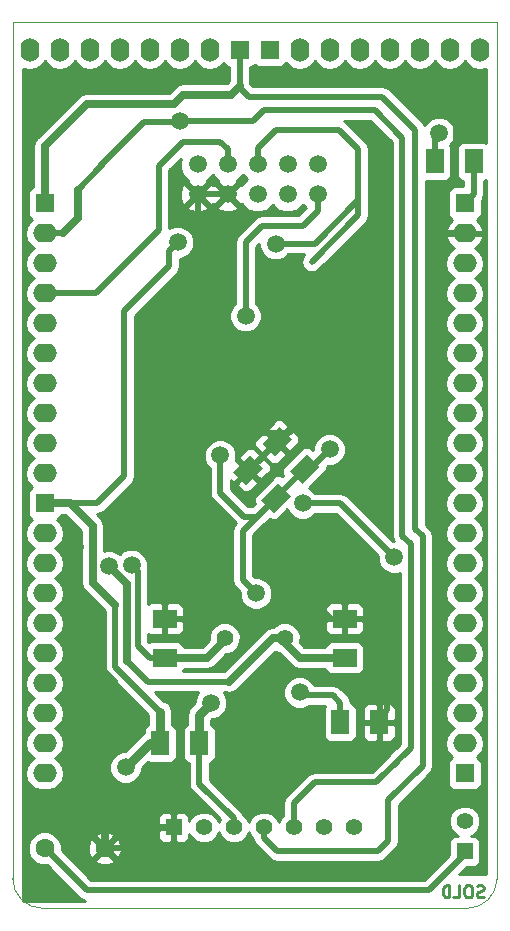
<source format=gbr>
G04 #@! TF.FileFunction,Copper,L2,Bot,Signal*
%FSLAX46Y46*%
G04 Gerber Fmt 4.6, Leading zero omitted, Abs format (unit mm)*
G04 Created by KiCad (PCBNEW (2015-01-16 BZR 5376)-product) date 7/27/2015 11:16:32 AM*
%MOMM*%
G01*
G04 APERTURE LIST*
%ADD10C,0.150000*%
%ADD11C,0.100000*%
%ADD12C,0.254000*%
%ADD13C,1.600000*%
%ADD14R,2.032000X1.524000*%
%ADD15R,1.524000X2.032000*%
%ADD16R,1.600000X1.600000*%
%ADD17O,1.600000X2.000000*%
%ADD18O,2.000000X1.600000*%
%ADD19R,1.397000X1.397000*%
%ADD20C,1.397000*%
%ADD21C,1.506220*%
%ADD22C,1.422400*%
%ADD23C,1.500000*%
%ADD24C,0.508000*%
%ADD25C,0.762000*%
%ADD26C,0.635000*%
G04 APERTURE END LIST*
D10*
D11*
X57500000Y-109500000D02*
X57500000Y-37000000D01*
X60000000Y-112000000D02*
X96000000Y-112000000D01*
X98500000Y-109500000D02*
X98500000Y-37000000D01*
X57500000Y-109500000D02*
G75*
G03X60000000Y-112000000I2500000J0D01*
G01*
X96000000Y-112000000D02*
G75*
G03X98500000Y-109500000I0J2500000D01*
G01*
X57500000Y-37000000D02*
X98500000Y-37000000D01*
D12*
X97372714Y-111028238D02*
X97227571Y-111076619D01*
X96985667Y-111076619D01*
X96888905Y-111028238D01*
X96840524Y-110979857D01*
X96792143Y-110883095D01*
X96792143Y-110786333D01*
X96840524Y-110689571D01*
X96888905Y-110641190D01*
X96985667Y-110592810D01*
X97179190Y-110544429D01*
X97275952Y-110496048D01*
X97324333Y-110447667D01*
X97372714Y-110350905D01*
X97372714Y-110254143D01*
X97324333Y-110157381D01*
X97275952Y-110109000D01*
X97179190Y-110060619D01*
X96937286Y-110060619D01*
X96792143Y-110109000D01*
X96163190Y-110060619D02*
X95969667Y-110060619D01*
X95872905Y-110109000D01*
X95776143Y-110205762D01*
X95727762Y-110399286D01*
X95727762Y-110737952D01*
X95776143Y-110931476D01*
X95872905Y-111028238D01*
X95969667Y-111076619D01*
X96163190Y-111076619D01*
X96259952Y-111028238D01*
X96356714Y-110931476D01*
X96405095Y-110737952D01*
X96405095Y-110399286D01*
X96356714Y-110205762D01*
X96259952Y-110109000D01*
X96163190Y-110060619D01*
X94808524Y-111076619D02*
X95292333Y-111076619D01*
X95292333Y-110060619D01*
X94469857Y-111076619D02*
X94469857Y-110060619D01*
X94227952Y-110060619D01*
X94082810Y-110109000D01*
X93986048Y-110205762D01*
X93937667Y-110302524D01*
X93889286Y-110496048D01*
X93889286Y-110641190D01*
X93937667Y-110834714D01*
X93986048Y-110931476D01*
X94082810Y-111028238D01*
X94227952Y-111076619D01*
X94469857Y-111076619D01*
D13*
X60198000Y-106934000D03*
X65278000Y-106934000D03*
D14*
X70358000Y-87503000D03*
X70358000Y-90805000D03*
D15*
X85217000Y-96266000D03*
X88519000Y-96266000D03*
D10*
G36*
X83450669Y-74647828D02*
X82013828Y-76084669D01*
X80936197Y-75007038D01*
X82373038Y-73570197D01*
X83450669Y-74647828D01*
X83450669Y-74647828D01*
G37*
G36*
X81115803Y-72312962D02*
X79678962Y-73749803D01*
X78601331Y-72672172D01*
X80038172Y-71235331D01*
X81115803Y-72312962D01*
X81115803Y-72312962D01*
G37*
G36*
X81037669Y-77060828D02*
X79600828Y-78497669D01*
X78523197Y-77420038D01*
X79960038Y-75983197D01*
X81037669Y-77060828D01*
X81037669Y-77060828D01*
G37*
G36*
X78702803Y-74725962D02*
X77265962Y-76162803D01*
X76188331Y-75085172D01*
X77625172Y-73648331D01*
X78702803Y-74725962D01*
X78702803Y-74725962D01*
G37*
D15*
X69977000Y-98044000D03*
X73279000Y-98044000D03*
D14*
X85598000Y-87503000D03*
X85598000Y-90805000D03*
D16*
X76708000Y-39370000D03*
D17*
X74168000Y-39370000D03*
X71628000Y-39370000D03*
X69088000Y-39370000D03*
X66548000Y-39370000D03*
X64008000Y-39370000D03*
X61468000Y-39370000D03*
X58928000Y-39370000D03*
D16*
X79248000Y-39370000D03*
D17*
X81788000Y-39370000D03*
X84328000Y-39370000D03*
X86868000Y-39370000D03*
X89408000Y-39370000D03*
X91948000Y-39370000D03*
X94488000Y-39370000D03*
X97028000Y-39370000D03*
D16*
X60198000Y-77724000D03*
D18*
X60198000Y-80264000D03*
X60198000Y-82804000D03*
X60198000Y-85344000D03*
X60198000Y-87884000D03*
X60198000Y-90424000D03*
X60198000Y-92964000D03*
X60198000Y-95504000D03*
X60198000Y-98044000D03*
X60198000Y-100584000D03*
D16*
X60198000Y-52324000D03*
D18*
X60198000Y-54864000D03*
X60198000Y-57404000D03*
X60198000Y-59944000D03*
X60198000Y-62484000D03*
X60198000Y-65024000D03*
X60198000Y-67564000D03*
X60198000Y-70104000D03*
X60198000Y-72644000D03*
X60198000Y-75184000D03*
D16*
X95758000Y-100584000D03*
D18*
X95758000Y-98044000D03*
X95758000Y-95504000D03*
X95758000Y-92964000D03*
X95758000Y-90424000D03*
X95758000Y-87884000D03*
X95758000Y-85344000D03*
X95758000Y-82804000D03*
X95758000Y-80264000D03*
X95758000Y-77724000D03*
D16*
X95758000Y-52324000D03*
D18*
X95758000Y-54864000D03*
X95758000Y-57404000D03*
X95758000Y-59944000D03*
X95758000Y-62484000D03*
X95758000Y-65024000D03*
X95758000Y-67564000D03*
X95758000Y-70104000D03*
X95758000Y-72644000D03*
X95758000Y-75184000D03*
D19*
X71120000Y-105156000D03*
D20*
X73660000Y-105156000D03*
X76200000Y-105156000D03*
X78740000Y-105156000D03*
X81280000Y-105156000D03*
X83820000Y-105156000D03*
X86360000Y-105156000D03*
D19*
X95758000Y-107188000D03*
D20*
X95758000Y-104648000D03*
D15*
X96520000Y-48768000D03*
X93218000Y-48768000D03*
D21*
X83312000Y-49022000D03*
X83312000Y-51562000D03*
X80772000Y-49022000D03*
X80772000Y-51562000D03*
X78232000Y-49022000D03*
X78232000Y-51562000D03*
X75692000Y-49022000D03*
X75692000Y-51562000D03*
X73152000Y-49022000D03*
X73152000Y-51562000D03*
D22*
X75438000Y-89154000D03*
X80518000Y-89154000D03*
D23*
X77216000Y-61849000D03*
X78105000Y-85344000D03*
X74295000Y-94615000D03*
X75057000Y-73660000D03*
X84328000Y-73152000D03*
X89789000Y-82296000D03*
X82042000Y-77724000D03*
X71501000Y-55626000D03*
X79756000Y-55753000D03*
X67056000Y-100076000D03*
X71628000Y-45339000D03*
X96901000Y-42926000D03*
X62738000Y-81407000D03*
X65913000Y-80264000D03*
X75692000Y-70993000D03*
X81788000Y-70866000D03*
X65659000Y-83058000D03*
X67564000Y-82931000D03*
X81788000Y-93726000D03*
X93599000Y-46355000D03*
D24*
X83312000Y-51562000D02*
X83312000Y-52959000D01*
X77216000Y-55626000D02*
X77216000Y-61849000D01*
X78613000Y-54229000D02*
X77216000Y-55626000D01*
X82042000Y-54229000D02*
X78613000Y-54229000D01*
X83312000Y-52959000D02*
X82042000Y-54229000D01*
X96520000Y-48768000D02*
X96520000Y-51562000D01*
X96520000Y-51562000D02*
X95758000Y-52324000D01*
X76200000Y-105156000D02*
X76200000Y-104394000D01*
X73279000Y-101473000D02*
X73279000Y-98044000D01*
X76200000Y-104394000D02*
X73279000Y-101473000D01*
X76962000Y-80058866D02*
X79780433Y-77240433D01*
X76962000Y-84201000D02*
X76962000Y-80058866D01*
X78105000Y-85344000D02*
X76962000Y-84201000D01*
D25*
X73279000Y-98044000D02*
X73279000Y-95631000D01*
X73279000Y-95631000D02*
X74295000Y-94615000D01*
D24*
X78153866Y-78867000D02*
X79780433Y-77240433D01*
X75057000Y-73660000D02*
X75057000Y-76835000D01*
X75057000Y-76835000D02*
X77089000Y-78867000D01*
X77089000Y-78867000D02*
X78153866Y-78867000D01*
X82193433Y-74827433D02*
X79780433Y-77240433D01*
X82652567Y-74827433D02*
X82193433Y-74827433D01*
X84328000Y-73152000D02*
X82652567Y-74827433D01*
X82042000Y-77724000D02*
X85217000Y-77724000D01*
X85217000Y-77724000D02*
X89789000Y-82296000D01*
X86741000Y-49403000D02*
X86741000Y-52070000D01*
X70739000Y-57658000D02*
X66929000Y-61468000D01*
X66929000Y-61468000D02*
X66929000Y-75438000D01*
X66929000Y-75438000D02*
X64643000Y-77724000D01*
X64643000Y-77724000D02*
X60198000Y-77724000D01*
X70739000Y-56388000D02*
X70739000Y-57658000D01*
X71501000Y-55626000D02*
X70739000Y-56388000D01*
X83058000Y-55753000D02*
X79756000Y-55753000D01*
X86741000Y-52070000D02*
X83058000Y-55753000D01*
X95758000Y-107188000D02*
X95758000Y-107442000D01*
X63754000Y-110490000D02*
X60198000Y-106934000D01*
X92710000Y-110490000D02*
X63754000Y-110490000D01*
X95758000Y-107442000D02*
X92710000Y-110490000D01*
X78232000Y-49022000D02*
X78232000Y-47625000D01*
X86741000Y-53340000D02*
X82804000Y-57277000D01*
X86741000Y-47752000D02*
X86741000Y-49403000D01*
X86741000Y-49403000D02*
X86741000Y-53340000D01*
X85090000Y-46101000D02*
X86741000Y-47752000D01*
X79756000Y-46101000D02*
X85090000Y-46101000D01*
X78232000Y-47625000D02*
X79756000Y-46101000D01*
D25*
X69977000Y-98044000D02*
X69977000Y-95377000D01*
D26*
X62357000Y-77724000D02*
X60198000Y-77724000D01*
X64262000Y-79629000D02*
X62357000Y-77724000D01*
X64262000Y-84455000D02*
X64262000Y-79629000D01*
D24*
X69977000Y-95377000D02*
X66167000Y-91567000D01*
X66167000Y-91567000D02*
X66167000Y-86360000D01*
D26*
X66167000Y-86360000D02*
X64262000Y-84455000D01*
D25*
X69977000Y-98044000D02*
X69088000Y-98044000D01*
X69088000Y-98044000D02*
X67056000Y-100076000D01*
D24*
X92202000Y-82296000D02*
X92202000Y-99949000D01*
X76708000Y-42545000D02*
X77470000Y-43307000D01*
X77470000Y-43307000D02*
X88773000Y-43307000D01*
X88773000Y-43307000D02*
X91567000Y-46101000D01*
X91567000Y-46101000D02*
X91567000Y-79883000D01*
X91567000Y-79883000D02*
X92202000Y-80518000D01*
X92202000Y-80518000D02*
X92202000Y-82296000D01*
X76708000Y-39370000D02*
X76708000Y-42545000D01*
X78740000Y-106045000D02*
X78740000Y-105156000D01*
X79883000Y-107188000D02*
X78740000Y-106045000D01*
X88392000Y-107188000D02*
X79883000Y-107188000D01*
X89281000Y-106299000D02*
X88392000Y-107188000D01*
X89281000Y-102870000D02*
X89281000Y-106299000D01*
X92202000Y-99949000D02*
X89281000Y-102870000D01*
D26*
X70104000Y-43942000D02*
X71120000Y-43942000D01*
X60198000Y-47498000D02*
X63754000Y-43942000D01*
X60198000Y-52324000D02*
X60198000Y-47498000D01*
X71120000Y-43942000D02*
X71945500Y-43116500D01*
X71945500Y-43116500D02*
X76009500Y-43116500D01*
X76009500Y-43116500D02*
X76708000Y-42418000D01*
D24*
X76708000Y-42418000D02*
X76708000Y-39370000D01*
D26*
X63754000Y-43942000D02*
X70104000Y-43942000D01*
D24*
X60198000Y-47371000D02*
X60198000Y-52324000D01*
X75692000Y-49022000D02*
X75692000Y-47752000D01*
X64516000Y-59944000D02*
X60198000Y-59944000D01*
X69850000Y-54610000D02*
X64516000Y-59944000D01*
X69850000Y-49149000D02*
X69850000Y-54610000D01*
X71882000Y-47117000D02*
X69850000Y-49149000D01*
X75057000Y-47117000D02*
X71882000Y-47117000D01*
X75692000Y-47752000D02*
X75057000Y-47117000D01*
X90487500Y-46799500D02*
X90487500Y-80454500D01*
X91186000Y-98425000D02*
X88265000Y-101346000D01*
X91186000Y-81153000D02*
X91186000Y-98425000D01*
X90487500Y-80454500D02*
X91186000Y-81153000D01*
X90106500Y-99504500D02*
X88265000Y-101346000D01*
X81280000Y-103124000D02*
X81280000Y-105156000D01*
X88265000Y-101346000D02*
X83058000Y-101346000D01*
X83058000Y-101346000D02*
X81280000Y-103124000D01*
X90106500Y-99504500D02*
X90043000Y-99568000D01*
X71628000Y-45339000D02*
X77851000Y-45339000D01*
X88138000Y-44450000D02*
X90487500Y-46799500D01*
X78740000Y-44450000D02*
X88138000Y-44450000D01*
X77851000Y-45339000D02*
X78740000Y-44450000D01*
X64897000Y-49276000D02*
X64897000Y-49149000D01*
X71501000Y-45466000D02*
X71628000Y-45339000D01*
X68580000Y-45466000D02*
X71501000Y-45466000D01*
X64897000Y-49149000D02*
X68580000Y-45466000D01*
X65151000Y-49022000D02*
X64897000Y-49276000D01*
X64897000Y-49276000D02*
X62992000Y-51181000D01*
X61722000Y-54864000D02*
X60198000Y-54864000D01*
D26*
X62992000Y-53594000D02*
X61722000Y-54864000D01*
X62992000Y-51181000D02*
X62992000Y-53594000D01*
D24*
X93345000Y-55880000D02*
X93345000Y-51943000D01*
X94996000Y-44831000D02*
X96901000Y-42926000D01*
X94996000Y-50292000D02*
X94996000Y-44831000D01*
X93345000Y-51943000D02*
X94996000Y-50292000D01*
X71120000Y-105156000D02*
X71120000Y-106553000D01*
X94361000Y-54864000D02*
X95758000Y-54864000D01*
X93345000Y-55880000D02*
X94361000Y-54864000D01*
X93345000Y-106045000D02*
X93345000Y-55880000D01*
X90551000Y-108839000D02*
X93345000Y-106045000D01*
X73406000Y-108839000D02*
X90551000Y-108839000D01*
X71120000Y-106553000D02*
X73406000Y-108839000D01*
X88519000Y-96266000D02*
X88519000Y-95885000D01*
X87503000Y-87503000D02*
X85598000Y-87503000D01*
X89154000Y-89154000D02*
X87503000Y-87503000D01*
X89154000Y-95250000D02*
X89154000Y-89154000D01*
X88519000Y-95885000D02*
X89154000Y-95250000D01*
X71120000Y-105156000D02*
X69850000Y-105156000D01*
X68072000Y-106934000D02*
X65278000Y-106934000D01*
X69850000Y-105156000D02*
X68072000Y-106934000D01*
X73152000Y-51562000D02*
X73152000Y-56134000D01*
X72644000Y-67945000D02*
X75692000Y-70993000D01*
X72644000Y-56642000D02*
X72644000Y-67945000D01*
X73152000Y-56134000D02*
X72644000Y-56642000D01*
X75692000Y-51562000D02*
X73152000Y-51562000D01*
D26*
X66040000Y-93980000D02*
X66040000Y-92837000D01*
X66040000Y-92837000D02*
X65151000Y-91948000D01*
D24*
X62738000Y-85090000D02*
X62738000Y-84328000D01*
D26*
X65151000Y-87503000D02*
X62738000Y-85090000D01*
X65151000Y-91948000D02*
X65151000Y-87503000D01*
X65278000Y-106934000D02*
X65278000Y-99060000D01*
X62738000Y-84328000D02*
X62738000Y-81407000D01*
X66040000Y-98298000D02*
X66040000Y-93980000D01*
X65278000Y-99060000D02*
X66040000Y-98298000D01*
D24*
X67183000Y-78994000D02*
X67691000Y-78994000D01*
X65913000Y-80264000D02*
X67183000Y-78994000D01*
X70358000Y-87503000D02*
X70358000Y-83693000D01*
X70358000Y-83693000D02*
X67691000Y-81026000D01*
X67691000Y-81026000D02*
X67691000Y-78994000D01*
X67691000Y-78994000D02*
X75692000Y-70993000D01*
X80899000Y-71755000D02*
X81788000Y-70866000D01*
X76454000Y-71755000D02*
X80899000Y-71755000D01*
X75692000Y-70993000D02*
X76454000Y-71755000D01*
X79858567Y-72492567D02*
X77445567Y-74905567D01*
X81358134Y-70993000D02*
X79858567Y-72492567D01*
X81661000Y-70993000D02*
X81358134Y-70993000D01*
X81788000Y-70866000D02*
X81661000Y-70993000D01*
X85598000Y-87503000D02*
X84455000Y-87503000D01*
X72263000Y-87503000D02*
X70358000Y-87503000D01*
X72771000Y-86995000D02*
X72263000Y-87503000D01*
X83947000Y-86995000D02*
X72771000Y-86995000D01*
X84455000Y-87503000D02*
X83947000Y-86995000D01*
X70104000Y-92837000D02*
X68961000Y-92837000D01*
X68961000Y-92837000D02*
X67183000Y-91059000D01*
D26*
X67183000Y-84582000D02*
X65659000Y-83058000D01*
X67183000Y-91059000D02*
X67183000Y-84582000D01*
X80518000Y-89154000D02*
X79502000Y-89154000D01*
D24*
X66294000Y-83693000D02*
X65659000Y-83058000D01*
X75819000Y-92837000D02*
X70104000Y-92837000D01*
D26*
X79502000Y-89154000D02*
X75819000Y-92837000D01*
D24*
X80518000Y-89154000D02*
X80518000Y-89535000D01*
D26*
X81788000Y-90805000D02*
X85598000Y-90805000D01*
X80518000Y-89535000D02*
X81788000Y-90805000D01*
D24*
X70358000Y-90805000D02*
X69088000Y-90805000D01*
X68072000Y-83439000D02*
X67564000Y-82931000D01*
X68072000Y-89789000D02*
X68072000Y-83439000D01*
X69088000Y-90805000D02*
X68072000Y-89789000D01*
X75438000Y-89154000D02*
X75438000Y-89281000D01*
D26*
X73914000Y-90805000D02*
X70358000Y-90805000D01*
X75438000Y-89281000D02*
X73914000Y-90805000D01*
D24*
X85217000Y-94615000D02*
X85217000Y-96266000D01*
X84582000Y-93980000D02*
X85217000Y-94615000D01*
X82042000Y-93980000D02*
X84582000Y-93980000D01*
X81788000Y-93726000D02*
X82042000Y-93980000D01*
X93218000Y-48768000D02*
X93218000Y-46736000D01*
X93218000Y-46736000D02*
X93599000Y-46355000D01*
D12*
G36*
X90297000Y-98056764D02*
X89916110Y-98437653D01*
X89916110Y-97156245D01*
X89916110Y-95375755D01*
X89915889Y-95123136D01*
X89819013Y-94889832D01*
X89640229Y-94711359D01*
X89406755Y-94614890D01*
X88804750Y-94615000D01*
X88646000Y-94773750D01*
X88646000Y-96139000D01*
X89757250Y-96139000D01*
X89916000Y-95980250D01*
X89916110Y-95375755D01*
X89916110Y-97156245D01*
X89916000Y-96551750D01*
X89757250Y-96393000D01*
X88646000Y-96393000D01*
X88646000Y-97758250D01*
X88804750Y-97917000D01*
X89406755Y-97917110D01*
X89640229Y-97820641D01*
X89819013Y-97642168D01*
X89915889Y-97408864D01*
X89916110Y-97156245D01*
X89916110Y-98437653D01*
X89477882Y-98875881D01*
X89477882Y-98875882D01*
X89414382Y-98939382D01*
X88392000Y-99961764D01*
X88392000Y-97758250D01*
X88392000Y-96393000D01*
X88392000Y-96139000D01*
X88392000Y-94773750D01*
X88233250Y-94615000D01*
X87631245Y-94614890D01*
X87397771Y-94711359D01*
X87218987Y-94889832D01*
X87122111Y-95123136D01*
X87121890Y-95375755D01*
X87122000Y-95980250D01*
X87280750Y-96139000D01*
X88392000Y-96139000D01*
X88392000Y-96393000D01*
X87280750Y-96393000D01*
X87122000Y-96551750D01*
X87121890Y-97156245D01*
X87122111Y-97408864D01*
X87218987Y-97642168D01*
X87397771Y-97820641D01*
X87631245Y-97917110D01*
X88233250Y-97917000D01*
X88392000Y-97758250D01*
X88392000Y-99961764D01*
X87896764Y-100457000D01*
X87896763Y-100457000D01*
X86614110Y-100457000D01*
X86614110Y-97156245D01*
X86614110Y-95124245D01*
X86517641Y-94890771D01*
X86339168Y-94711987D01*
X86106000Y-94615167D01*
X86106000Y-94615000D01*
X86038329Y-94274794D01*
X85845618Y-93986382D01*
X85845614Y-93986379D01*
X85210618Y-93351382D01*
X84922206Y-93158671D01*
X84582000Y-93091000D01*
X83024195Y-93091000D01*
X82962831Y-92942485D01*
X82573564Y-92552539D01*
X82064702Y-92341241D01*
X81513715Y-92340760D01*
X81004485Y-92551169D01*
X80614539Y-92940436D01*
X80403241Y-93449298D01*
X80402760Y-94000285D01*
X80613169Y-94509515D01*
X81002436Y-94899461D01*
X81511298Y-95110759D01*
X82062285Y-95111240D01*
X82571515Y-94900831D01*
X82603401Y-94869000D01*
X83937855Y-94869000D01*
X83916987Y-94889832D01*
X83820111Y-95123136D01*
X83819890Y-95375755D01*
X83819890Y-97407755D01*
X83916359Y-97641229D01*
X84094832Y-97820013D01*
X84328136Y-97916889D01*
X84580755Y-97917110D01*
X86104755Y-97917110D01*
X86338229Y-97820641D01*
X86517013Y-97642168D01*
X86613889Y-97408864D01*
X86614110Y-97156245D01*
X86614110Y-100457000D01*
X83058000Y-100457000D01*
X83057999Y-100457000D01*
X82717794Y-100524671D01*
X82429382Y-100717382D01*
X82429379Y-100717385D01*
X80651382Y-102495382D01*
X80458671Y-102783794D01*
X80391000Y-103124000D01*
X80391000Y-104159240D01*
X80150174Y-104399647D01*
X80009906Y-104737448D01*
X79871145Y-104401620D01*
X79496353Y-104026174D01*
X79006413Y-103822733D01*
X78475914Y-103822270D01*
X77985620Y-104024855D01*
X77610174Y-104399647D01*
X77469906Y-104737448D01*
X77331145Y-104401620D01*
X77030636Y-104100587D01*
X77021329Y-104053794D01*
X76828618Y-103765382D01*
X76828617Y-103765381D01*
X74168000Y-101104764D01*
X74168000Y-99694595D01*
X74400229Y-99598641D01*
X74579013Y-99420168D01*
X74675889Y-99186864D01*
X74676110Y-98934245D01*
X74676110Y-96902245D01*
X74579641Y-96668771D01*
X74401168Y-96489987D01*
X74295000Y-96445902D01*
X74295000Y-96051840D01*
X74346794Y-96000045D01*
X74569285Y-96000240D01*
X75078515Y-95789831D01*
X75468461Y-95400564D01*
X75679759Y-94891702D01*
X75680240Y-94340715D01*
X75469831Y-93831485D01*
X75364529Y-93726000D01*
X75499765Y-93726000D01*
X75819000Y-93789500D01*
X76183506Y-93716995D01*
X76492519Y-93510519D01*
X79731468Y-90271570D01*
X79754444Y-90294587D01*
X80055599Y-90419637D01*
X81114481Y-91478519D01*
X81423494Y-91684995D01*
X81788000Y-91757500D01*
X83973641Y-91757500D01*
X84043359Y-91926229D01*
X84221832Y-92105013D01*
X84455136Y-92201889D01*
X84707755Y-92202110D01*
X86739755Y-92202110D01*
X86973229Y-92105641D01*
X87152013Y-91927168D01*
X87248889Y-91693864D01*
X87249110Y-91441245D01*
X87249110Y-89917245D01*
X87249110Y-88390755D01*
X87249110Y-86615245D01*
X87152641Y-86381771D01*
X86974168Y-86202987D01*
X86740864Y-86106111D01*
X86488245Y-86105890D01*
X85883750Y-86106000D01*
X85725000Y-86264750D01*
X85725000Y-87376000D01*
X87090250Y-87376000D01*
X87249000Y-87217250D01*
X87249110Y-86615245D01*
X87249110Y-88390755D01*
X87249000Y-87788750D01*
X87090250Y-87630000D01*
X85725000Y-87630000D01*
X85725000Y-88741250D01*
X85883750Y-88900000D01*
X86488245Y-88900110D01*
X86740864Y-88899889D01*
X86974168Y-88803013D01*
X87152641Y-88624229D01*
X87249110Y-88390755D01*
X87249110Y-89917245D01*
X87152641Y-89683771D01*
X86974168Y-89504987D01*
X86740864Y-89408111D01*
X86488245Y-89407890D01*
X85471000Y-89407890D01*
X85471000Y-88741250D01*
X85471000Y-87630000D01*
X85471000Y-87376000D01*
X85471000Y-86264750D01*
X85312250Y-86106000D01*
X84707755Y-86105890D01*
X84455136Y-86106111D01*
X84221832Y-86202987D01*
X84043359Y-86381771D01*
X83946890Y-86615245D01*
X83947000Y-87217250D01*
X84105750Y-87376000D01*
X85471000Y-87376000D01*
X85471000Y-87630000D01*
X84105750Y-87630000D01*
X83947000Y-87788750D01*
X83946890Y-88390755D01*
X84043359Y-88624229D01*
X84221832Y-88803013D01*
X84455136Y-88899889D01*
X84707755Y-88900110D01*
X85312250Y-88900000D01*
X85471000Y-88741250D01*
X85471000Y-89407890D01*
X84456245Y-89407890D01*
X84222771Y-89504359D01*
X84043987Y-89682832D01*
X83973534Y-89852500D01*
X82182538Y-89852500D01*
X81831403Y-89501365D01*
X81863965Y-89422950D01*
X81864433Y-88887399D01*
X81659918Y-88392436D01*
X81281556Y-88013413D01*
X80786950Y-87808035D01*
X80251399Y-87807567D01*
X79756436Y-88012082D01*
X79566687Y-88201500D01*
X79502000Y-88201500D01*
X79137494Y-88274005D01*
X78828480Y-88480481D01*
X75360961Y-91948000D01*
X71891144Y-91948000D01*
X71912013Y-91927168D01*
X71982465Y-91757500D01*
X73914000Y-91757500D01*
X74278506Y-91684995D01*
X74587519Y-91478519D01*
X75565726Y-90500311D01*
X75704601Y-90500433D01*
X76199564Y-90295918D01*
X76578587Y-89917556D01*
X76783965Y-89422950D01*
X76784433Y-88887399D01*
X76579918Y-88392436D01*
X76201556Y-88013413D01*
X75706950Y-87808035D01*
X75171399Y-87807567D01*
X74676436Y-88012082D01*
X74297413Y-88390444D01*
X74092035Y-88885050D01*
X74091689Y-89280271D01*
X73519461Y-89852500D01*
X72009110Y-89852500D01*
X72009110Y-88390755D01*
X72009110Y-86615245D01*
X71912641Y-86381771D01*
X71734168Y-86202987D01*
X71500864Y-86106111D01*
X71248245Y-86105890D01*
X70643750Y-86106000D01*
X70485000Y-86264750D01*
X70485000Y-87376000D01*
X71850250Y-87376000D01*
X72009000Y-87217250D01*
X72009110Y-86615245D01*
X72009110Y-88390755D01*
X72009000Y-87788750D01*
X71850250Y-87630000D01*
X70485000Y-87630000D01*
X70485000Y-88741250D01*
X70643750Y-88900000D01*
X71248245Y-88900110D01*
X71500864Y-88899889D01*
X71734168Y-88803013D01*
X71912641Y-88624229D01*
X72009110Y-88390755D01*
X72009110Y-89852500D01*
X71982358Y-89852500D01*
X71912641Y-89683771D01*
X71734168Y-89504987D01*
X71500864Y-89408111D01*
X71248245Y-89407890D01*
X69216245Y-89407890D01*
X69026518Y-89486282D01*
X68961000Y-89420764D01*
X68961000Y-88782144D01*
X68981832Y-88803013D01*
X69215136Y-88899889D01*
X69467755Y-88900110D01*
X70072250Y-88900000D01*
X70231000Y-88741250D01*
X70231000Y-87630000D01*
X70211000Y-87630000D01*
X70211000Y-87376000D01*
X70231000Y-87376000D01*
X70231000Y-86264750D01*
X70072250Y-86106000D01*
X69467755Y-86105890D01*
X69215136Y-86106111D01*
X68981832Y-86202987D01*
X68961000Y-86223855D01*
X68961000Y-83439000D01*
X68925928Y-83262683D01*
X68948759Y-83207702D01*
X68949240Y-82656715D01*
X68738831Y-82147485D01*
X68349564Y-81757539D01*
X67840702Y-81546241D01*
X67289715Y-81545760D01*
X66780485Y-81756169D01*
X66548046Y-81988202D01*
X66444564Y-81884539D01*
X65935702Y-81673241D01*
X65384715Y-81672760D01*
X65214500Y-81743091D01*
X65214500Y-79629000D01*
X65214499Y-79628999D01*
X65141995Y-79264494D01*
X64935519Y-78955481D01*
X64935519Y-78955480D01*
X64593038Y-78613000D01*
X64643000Y-78613000D01*
X64983205Y-78545329D01*
X64983206Y-78545329D01*
X65271618Y-78352618D01*
X67557618Y-76066618D01*
X67750329Y-75778206D01*
X67750329Y-75778205D01*
X67818000Y-75438000D01*
X67818000Y-61836235D01*
X71367614Y-58286620D01*
X71367617Y-58286618D01*
X71367618Y-58286618D01*
X71560329Y-57998206D01*
X71628000Y-57658000D01*
X71628000Y-57011111D01*
X71775285Y-57011240D01*
X72284515Y-56800831D01*
X72674461Y-56411564D01*
X72885759Y-55902702D01*
X72886240Y-55351715D01*
X72675831Y-54842485D01*
X72286564Y-54452539D01*
X71777702Y-54241241D01*
X71226715Y-54240760D01*
X70739000Y-54442279D01*
X70739000Y-49517236D01*
X71717782Y-48538453D01*
X71642263Y-48720325D01*
X71641739Y-49321040D01*
X71871138Y-49876228D01*
X72295537Y-50301369D01*
X72330026Y-50315690D01*
X72269546Y-50499940D01*
X73152000Y-51382395D01*
X74034454Y-50499940D01*
X73974118Y-50316129D01*
X74006228Y-50302862D01*
X74422353Y-49887462D01*
X74835537Y-50301369D01*
X74870026Y-50315690D01*
X74809546Y-50499940D01*
X75692000Y-51382395D01*
X76574454Y-50499940D01*
X76514118Y-50316129D01*
X76546228Y-50302862D01*
X76962353Y-49887462D01*
X77366537Y-50292353D01*
X76952631Y-50705537D01*
X76938309Y-50740026D01*
X76754060Y-50679546D01*
X75871605Y-51562000D01*
X76754060Y-52444454D01*
X76937870Y-52384118D01*
X76951138Y-52416228D01*
X77375537Y-52841369D01*
X77930325Y-53071737D01*
X78531040Y-53072261D01*
X79086228Y-52842862D01*
X79502353Y-52427462D01*
X79915537Y-52841369D01*
X80470325Y-53071737D01*
X81071040Y-53072261D01*
X81626228Y-52842862D01*
X82042353Y-52427462D01*
X82314089Y-52699674D01*
X81673764Y-53340000D01*
X78613000Y-53340000D01*
X78272794Y-53407671D01*
X77984382Y-53600382D01*
X76587382Y-54997382D01*
X76574454Y-55016730D01*
X76574454Y-52624060D01*
X75692000Y-51741605D01*
X75512395Y-51921210D01*
X75512395Y-51562000D01*
X74629940Y-50679546D01*
X74422000Y-50747802D01*
X74214060Y-50679546D01*
X73331605Y-51562000D01*
X74214060Y-52444454D01*
X74422000Y-52376197D01*
X74629940Y-52444454D01*
X75512395Y-51562000D01*
X75512395Y-51921210D01*
X74809546Y-52624060D01*
X74892886Y-52877951D01*
X75457308Y-53083588D01*
X76057460Y-53057578D01*
X76491114Y-52877951D01*
X76574454Y-52624060D01*
X76574454Y-55016730D01*
X76394671Y-55285794D01*
X76327000Y-55626000D01*
X76327000Y-60779470D01*
X76042539Y-61063436D01*
X75831241Y-61572298D01*
X75830760Y-62123285D01*
X76041169Y-62632515D01*
X76430436Y-63022461D01*
X76939298Y-63233759D01*
X77490285Y-63234240D01*
X77999515Y-63023831D01*
X78389461Y-62634564D01*
X78600759Y-62125702D01*
X78601240Y-61574715D01*
X78390831Y-61065485D01*
X78105000Y-60779155D01*
X78105000Y-55994236D01*
X78371021Y-55728214D01*
X78370760Y-56027285D01*
X78581169Y-56536515D01*
X78970436Y-56926461D01*
X79479298Y-57137759D01*
X80030285Y-57138240D01*
X80539515Y-56927831D01*
X80825844Y-56642000D01*
X82181764Y-56642000D01*
X82175382Y-56648382D01*
X81982671Y-56936795D01*
X81915000Y-57277000D01*
X81982671Y-57617205D01*
X82175382Y-57905618D01*
X82463795Y-58098329D01*
X82804000Y-58166000D01*
X83144205Y-58098329D01*
X83432618Y-57905618D01*
X87369614Y-53968620D01*
X87369617Y-53968618D01*
X87369618Y-53968618D01*
X87562329Y-53680206D01*
X87630000Y-53340001D01*
X87629999Y-53340000D01*
X87630000Y-53340000D01*
X87630000Y-52070000D01*
X87630000Y-49403000D01*
X87630000Y-47752000D01*
X87562329Y-47411794D01*
X87369618Y-47123382D01*
X85718618Y-45472382D01*
X85518998Y-45339000D01*
X87769764Y-45339000D01*
X89598500Y-47167735D01*
X89598500Y-80454500D01*
X89666171Y-80794706D01*
X89743849Y-80910960D01*
X89661123Y-80910887D01*
X85845618Y-77095382D01*
X85557206Y-76902671D01*
X85217000Y-76835000D01*
X83111529Y-76835000D01*
X82827564Y-76550539D01*
X82558050Y-76438627D01*
X83988682Y-75007996D01*
X84085559Y-74774691D01*
X84085666Y-74651569D01*
X84200346Y-74536889D01*
X84602285Y-74537240D01*
X85111515Y-74326831D01*
X85501461Y-73937564D01*
X85712759Y-73428702D01*
X85713240Y-72877715D01*
X85502831Y-72368485D01*
X85113564Y-71978539D01*
X84604702Y-71767241D01*
X84053715Y-71766760D01*
X83544485Y-71977169D01*
X83154539Y-72366436D01*
X82943241Y-72875298D01*
X82942920Y-73241898D01*
X82733206Y-73032184D01*
X82499902Y-72935307D01*
X82247283Y-72935087D01*
X82013810Y-73031556D01*
X81835025Y-73210029D01*
X81750913Y-73294141D01*
X81750913Y-72438717D01*
X81750693Y-72186098D01*
X81653816Y-71952794D01*
X81228056Y-71527189D01*
X81003550Y-71527189D01*
X80823945Y-71706794D01*
X80823945Y-71347584D01*
X80823945Y-71123078D01*
X80398340Y-70697318D01*
X80165036Y-70600441D01*
X79912417Y-70600221D01*
X79678944Y-70696690D01*
X79500159Y-70875163D01*
X79072795Y-71302683D01*
X79072795Y-71527189D01*
X79858567Y-72312962D01*
X80823945Y-71347584D01*
X80823945Y-71706794D01*
X80038172Y-72492567D01*
X80823945Y-73278339D01*
X81048451Y-73278339D01*
X81475971Y-72850975D01*
X81654444Y-72672190D01*
X81750913Y-72438717D01*
X81750913Y-73294141D01*
X80644339Y-74400715D01*
X80644339Y-73682451D01*
X80644339Y-73457945D01*
X79858567Y-72672172D01*
X79678962Y-72851777D01*
X79678962Y-72492567D01*
X78893189Y-71706795D01*
X78668683Y-71706795D01*
X78241163Y-72134159D01*
X78062690Y-72312944D01*
X77966221Y-72546417D01*
X77966441Y-72799036D01*
X78063318Y-73032340D01*
X78489078Y-73457945D01*
X78713584Y-73457945D01*
X79678962Y-72492567D01*
X79678962Y-72851777D01*
X78893189Y-73637550D01*
X78893189Y-73862056D01*
X79318794Y-74287816D01*
X79552098Y-74384693D01*
X79804717Y-74384913D01*
X80038190Y-74288444D01*
X80216975Y-74109971D01*
X80644339Y-73682451D01*
X80644339Y-74400715D01*
X80398184Y-74646870D01*
X80301307Y-74880175D01*
X80301087Y-75132794D01*
X80397499Y-75366130D01*
X80318962Y-75444667D01*
X80086902Y-75348307D01*
X79834283Y-75348087D01*
X79600810Y-75444556D01*
X79422025Y-75623029D01*
X79337913Y-75707141D01*
X79337913Y-74851717D01*
X79337693Y-74599098D01*
X79240816Y-74365794D01*
X78815056Y-73940189D01*
X78590550Y-73940189D01*
X78410945Y-74119794D01*
X78410945Y-73760584D01*
X78410945Y-73536078D01*
X77985340Y-73110318D01*
X77752036Y-73013441D01*
X77499417Y-73013221D01*
X77265944Y-73109690D01*
X77087159Y-73288163D01*
X76659795Y-73715683D01*
X76659795Y-73940189D01*
X77445567Y-74725962D01*
X78410945Y-73760584D01*
X78410945Y-74119794D01*
X77625172Y-74905567D01*
X78410945Y-75691339D01*
X78635451Y-75691339D01*
X79062971Y-75263975D01*
X79241444Y-75085190D01*
X79337913Y-74851717D01*
X79337913Y-75707141D01*
X78231339Y-76813715D01*
X78231339Y-76095451D01*
X78231339Y-75870945D01*
X77445567Y-75085172D01*
X76480189Y-76050550D01*
X76480189Y-76275056D01*
X76905794Y-76700816D01*
X77139098Y-76797693D01*
X77391717Y-76797913D01*
X77625190Y-76701444D01*
X77803975Y-76522971D01*
X78231339Y-76095451D01*
X78231339Y-76813715D01*
X77985184Y-77059870D01*
X77888307Y-77293175D01*
X77888087Y-77545794D01*
X77984499Y-77779130D01*
X77785630Y-77978000D01*
X77457236Y-77978000D01*
X75946000Y-76466764D01*
X75946000Y-75740914D01*
X76076078Y-75870945D01*
X76300584Y-75870945D01*
X77265962Y-74905567D01*
X76480189Y-74119795D01*
X76365732Y-74119795D01*
X76441759Y-73936702D01*
X76442240Y-73385715D01*
X76231831Y-72876485D01*
X75842564Y-72486539D01*
X75333702Y-72275241D01*
X74782715Y-72274760D01*
X74273485Y-72485169D01*
X74034454Y-72723783D01*
X74034454Y-52624060D01*
X73152000Y-51741605D01*
X72972395Y-51921210D01*
X72972395Y-51562000D01*
X72089940Y-50679546D01*
X71836049Y-50762886D01*
X71630412Y-51327308D01*
X71656422Y-51927460D01*
X71836049Y-52361114D01*
X72089940Y-52444454D01*
X72972395Y-51562000D01*
X72972395Y-51921210D01*
X72269546Y-52624060D01*
X72352886Y-52877951D01*
X72917308Y-53083588D01*
X73517460Y-53057578D01*
X73951114Y-52877951D01*
X74034454Y-52624060D01*
X74034454Y-72723783D01*
X73883539Y-72874436D01*
X73672241Y-73383298D01*
X73671760Y-73934285D01*
X73882169Y-74443515D01*
X74168000Y-74729844D01*
X74168000Y-76835000D01*
X74235671Y-77175206D01*
X74428382Y-77463618D01*
X76364197Y-79399433D01*
X76333382Y-79430248D01*
X76140671Y-79718660D01*
X76073000Y-80058866D01*
X76073000Y-84201000D01*
X76140671Y-84541206D01*
X76333382Y-84829618D01*
X76720110Y-85216346D01*
X76719760Y-85618285D01*
X76930169Y-86127515D01*
X77319436Y-86517461D01*
X77828298Y-86728759D01*
X78379285Y-86729240D01*
X78888515Y-86518831D01*
X79278461Y-86129564D01*
X79489759Y-85620702D01*
X79490240Y-85069715D01*
X79279831Y-84560485D01*
X78890564Y-84170539D01*
X78381702Y-83959241D01*
X77977123Y-83958887D01*
X77851000Y-83832764D01*
X77851000Y-80427102D01*
X78782484Y-79495618D01*
X78782484Y-79495617D01*
X79241903Y-79036198D01*
X79473964Y-79132559D01*
X79726583Y-79132779D01*
X79960056Y-79036310D01*
X80138841Y-78857837D01*
X80756647Y-78240030D01*
X80867169Y-78507515D01*
X81256436Y-78897461D01*
X81765298Y-79108759D01*
X82316285Y-79109240D01*
X82825515Y-78898831D01*
X83111844Y-78613000D01*
X84848764Y-78613000D01*
X88404110Y-82168346D01*
X88403760Y-82570285D01*
X88614169Y-83079515D01*
X89003436Y-83469461D01*
X89512298Y-83680759D01*
X90063285Y-83681240D01*
X90297000Y-83584671D01*
X90297000Y-98056764D01*
X90297000Y-98056764D01*
G37*
X90297000Y-98056764D02*
X89916110Y-98437653D01*
X89916110Y-97156245D01*
X89916110Y-95375755D01*
X89915889Y-95123136D01*
X89819013Y-94889832D01*
X89640229Y-94711359D01*
X89406755Y-94614890D01*
X88804750Y-94615000D01*
X88646000Y-94773750D01*
X88646000Y-96139000D01*
X89757250Y-96139000D01*
X89916000Y-95980250D01*
X89916110Y-95375755D01*
X89916110Y-97156245D01*
X89916000Y-96551750D01*
X89757250Y-96393000D01*
X88646000Y-96393000D01*
X88646000Y-97758250D01*
X88804750Y-97917000D01*
X89406755Y-97917110D01*
X89640229Y-97820641D01*
X89819013Y-97642168D01*
X89915889Y-97408864D01*
X89916110Y-97156245D01*
X89916110Y-98437653D01*
X89477882Y-98875881D01*
X89477882Y-98875882D01*
X89414382Y-98939382D01*
X88392000Y-99961764D01*
X88392000Y-97758250D01*
X88392000Y-96393000D01*
X88392000Y-96139000D01*
X88392000Y-94773750D01*
X88233250Y-94615000D01*
X87631245Y-94614890D01*
X87397771Y-94711359D01*
X87218987Y-94889832D01*
X87122111Y-95123136D01*
X87121890Y-95375755D01*
X87122000Y-95980250D01*
X87280750Y-96139000D01*
X88392000Y-96139000D01*
X88392000Y-96393000D01*
X87280750Y-96393000D01*
X87122000Y-96551750D01*
X87121890Y-97156245D01*
X87122111Y-97408864D01*
X87218987Y-97642168D01*
X87397771Y-97820641D01*
X87631245Y-97917110D01*
X88233250Y-97917000D01*
X88392000Y-97758250D01*
X88392000Y-99961764D01*
X87896764Y-100457000D01*
X87896763Y-100457000D01*
X86614110Y-100457000D01*
X86614110Y-97156245D01*
X86614110Y-95124245D01*
X86517641Y-94890771D01*
X86339168Y-94711987D01*
X86106000Y-94615167D01*
X86106000Y-94615000D01*
X86038329Y-94274794D01*
X85845618Y-93986382D01*
X85845614Y-93986379D01*
X85210618Y-93351382D01*
X84922206Y-93158671D01*
X84582000Y-93091000D01*
X83024195Y-93091000D01*
X82962831Y-92942485D01*
X82573564Y-92552539D01*
X82064702Y-92341241D01*
X81513715Y-92340760D01*
X81004485Y-92551169D01*
X80614539Y-92940436D01*
X80403241Y-93449298D01*
X80402760Y-94000285D01*
X80613169Y-94509515D01*
X81002436Y-94899461D01*
X81511298Y-95110759D01*
X82062285Y-95111240D01*
X82571515Y-94900831D01*
X82603401Y-94869000D01*
X83937855Y-94869000D01*
X83916987Y-94889832D01*
X83820111Y-95123136D01*
X83819890Y-95375755D01*
X83819890Y-97407755D01*
X83916359Y-97641229D01*
X84094832Y-97820013D01*
X84328136Y-97916889D01*
X84580755Y-97917110D01*
X86104755Y-97917110D01*
X86338229Y-97820641D01*
X86517013Y-97642168D01*
X86613889Y-97408864D01*
X86614110Y-97156245D01*
X86614110Y-100457000D01*
X83058000Y-100457000D01*
X83057999Y-100457000D01*
X82717794Y-100524671D01*
X82429382Y-100717382D01*
X82429379Y-100717385D01*
X80651382Y-102495382D01*
X80458671Y-102783794D01*
X80391000Y-103124000D01*
X80391000Y-104159240D01*
X80150174Y-104399647D01*
X80009906Y-104737448D01*
X79871145Y-104401620D01*
X79496353Y-104026174D01*
X79006413Y-103822733D01*
X78475914Y-103822270D01*
X77985620Y-104024855D01*
X77610174Y-104399647D01*
X77469906Y-104737448D01*
X77331145Y-104401620D01*
X77030636Y-104100587D01*
X77021329Y-104053794D01*
X76828618Y-103765382D01*
X76828617Y-103765381D01*
X74168000Y-101104764D01*
X74168000Y-99694595D01*
X74400229Y-99598641D01*
X74579013Y-99420168D01*
X74675889Y-99186864D01*
X74676110Y-98934245D01*
X74676110Y-96902245D01*
X74579641Y-96668771D01*
X74401168Y-96489987D01*
X74295000Y-96445902D01*
X74295000Y-96051840D01*
X74346794Y-96000045D01*
X74569285Y-96000240D01*
X75078515Y-95789831D01*
X75468461Y-95400564D01*
X75679759Y-94891702D01*
X75680240Y-94340715D01*
X75469831Y-93831485D01*
X75364529Y-93726000D01*
X75499765Y-93726000D01*
X75819000Y-93789500D01*
X76183506Y-93716995D01*
X76492519Y-93510519D01*
X79731468Y-90271570D01*
X79754444Y-90294587D01*
X80055599Y-90419637D01*
X81114481Y-91478519D01*
X81423494Y-91684995D01*
X81788000Y-91757500D01*
X83973641Y-91757500D01*
X84043359Y-91926229D01*
X84221832Y-92105013D01*
X84455136Y-92201889D01*
X84707755Y-92202110D01*
X86739755Y-92202110D01*
X86973229Y-92105641D01*
X87152013Y-91927168D01*
X87248889Y-91693864D01*
X87249110Y-91441245D01*
X87249110Y-89917245D01*
X87249110Y-88390755D01*
X87249110Y-86615245D01*
X87152641Y-86381771D01*
X86974168Y-86202987D01*
X86740864Y-86106111D01*
X86488245Y-86105890D01*
X85883750Y-86106000D01*
X85725000Y-86264750D01*
X85725000Y-87376000D01*
X87090250Y-87376000D01*
X87249000Y-87217250D01*
X87249110Y-86615245D01*
X87249110Y-88390755D01*
X87249000Y-87788750D01*
X87090250Y-87630000D01*
X85725000Y-87630000D01*
X85725000Y-88741250D01*
X85883750Y-88900000D01*
X86488245Y-88900110D01*
X86740864Y-88899889D01*
X86974168Y-88803013D01*
X87152641Y-88624229D01*
X87249110Y-88390755D01*
X87249110Y-89917245D01*
X87152641Y-89683771D01*
X86974168Y-89504987D01*
X86740864Y-89408111D01*
X86488245Y-89407890D01*
X85471000Y-89407890D01*
X85471000Y-88741250D01*
X85471000Y-87630000D01*
X85471000Y-87376000D01*
X85471000Y-86264750D01*
X85312250Y-86106000D01*
X84707755Y-86105890D01*
X84455136Y-86106111D01*
X84221832Y-86202987D01*
X84043359Y-86381771D01*
X83946890Y-86615245D01*
X83947000Y-87217250D01*
X84105750Y-87376000D01*
X85471000Y-87376000D01*
X85471000Y-87630000D01*
X84105750Y-87630000D01*
X83947000Y-87788750D01*
X83946890Y-88390755D01*
X84043359Y-88624229D01*
X84221832Y-88803013D01*
X84455136Y-88899889D01*
X84707755Y-88900110D01*
X85312250Y-88900000D01*
X85471000Y-88741250D01*
X85471000Y-89407890D01*
X84456245Y-89407890D01*
X84222771Y-89504359D01*
X84043987Y-89682832D01*
X83973534Y-89852500D01*
X82182538Y-89852500D01*
X81831403Y-89501365D01*
X81863965Y-89422950D01*
X81864433Y-88887399D01*
X81659918Y-88392436D01*
X81281556Y-88013413D01*
X80786950Y-87808035D01*
X80251399Y-87807567D01*
X79756436Y-88012082D01*
X79566687Y-88201500D01*
X79502000Y-88201500D01*
X79137494Y-88274005D01*
X78828480Y-88480481D01*
X75360961Y-91948000D01*
X71891144Y-91948000D01*
X71912013Y-91927168D01*
X71982465Y-91757500D01*
X73914000Y-91757500D01*
X74278506Y-91684995D01*
X74587519Y-91478519D01*
X75565726Y-90500311D01*
X75704601Y-90500433D01*
X76199564Y-90295918D01*
X76578587Y-89917556D01*
X76783965Y-89422950D01*
X76784433Y-88887399D01*
X76579918Y-88392436D01*
X76201556Y-88013413D01*
X75706950Y-87808035D01*
X75171399Y-87807567D01*
X74676436Y-88012082D01*
X74297413Y-88390444D01*
X74092035Y-88885050D01*
X74091689Y-89280271D01*
X73519461Y-89852500D01*
X72009110Y-89852500D01*
X72009110Y-88390755D01*
X72009110Y-86615245D01*
X71912641Y-86381771D01*
X71734168Y-86202987D01*
X71500864Y-86106111D01*
X71248245Y-86105890D01*
X70643750Y-86106000D01*
X70485000Y-86264750D01*
X70485000Y-87376000D01*
X71850250Y-87376000D01*
X72009000Y-87217250D01*
X72009110Y-86615245D01*
X72009110Y-88390755D01*
X72009000Y-87788750D01*
X71850250Y-87630000D01*
X70485000Y-87630000D01*
X70485000Y-88741250D01*
X70643750Y-88900000D01*
X71248245Y-88900110D01*
X71500864Y-88899889D01*
X71734168Y-88803013D01*
X71912641Y-88624229D01*
X72009110Y-88390755D01*
X72009110Y-89852500D01*
X71982358Y-89852500D01*
X71912641Y-89683771D01*
X71734168Y-89504987D01*
X71500864Y-89408111D01*
X71248245Y-89407890D01*
X69216245Y-89407890D01*
X69026518Y-89486282D01*
X68961000Y-89420764D01*
X68961000Y-88782144D01*
X68981832Y-88803013D01*
X69215136Y-88899889D01*
X69467755Y-88900110D01*
X70072250Y-88900000D01*
X70231000Y-88741250D01*
X70231000Y-87630000D01*
X70211000Y-87630000D01*
X70211000Y-87376000D01*
X70231000Y-87376000D01*
X70231000Y-86264750D01*
X70072250Y-86106000D01*
X69467755Y-86105890D01*
X69215136Y-86106111D01*
X68981832Y-86202987D01*
X68961000Y-86223855D01*
X68961000Y-83439000D01*
X68925928Y-83262683D01*
X68948759Y-83207702D01*
X68949240Y-82656715D01*
X68738831Y-82147485D01*
X68349564Y-81757539D01*
X67840702Y-81546241D01*
X67289715Y-81545760D01*
X66780485Y-81756169D01*
X66548046Y-81988202D01*
X66444564Y-81884539D01*
X65935702Y-81673241D01*
X65384715Y-81672760D01*
X65214500Y-81743091D01*
X65214500Y-79629000D01*
X65214499Y-79628999D01*
X65141995Y-79264494D01*
X64935519Y-78955481D01*
X64935519Y-78955480D01*
X64593038Y-78613000D01*
X64643000Y-78613000D01*
X64983205Y-78545329D01*
X64983206Y-78545329D01*
X65271618Y-78352618D01*
X67557618Y-76066618D01*
X67750329Y-75778206D01*
X67750329Y-75778205D01*
X67818000Y-75438000D01*
X67818000Y-61836235D01*
X71367614Y-58286620D01*
X71367617Y-58286618D01*
X71367618Y-58286618D01*
X71560329Y-57998206D01*
X71628000Y-57658000D01*
X71628000Y-57011111D01*
X71775285Y-57011240D01*
X72284515Y-56800831D01*
X72674461Y-56411564D01*
X72885759Y-55902702D01*
X72886240Y-55351715D01*
X72675831Y-54842485D01*
X72286564Y-54452539D01*
X71777702Y-54241241D01*
X71226715Y-54240760D01*
X70739000Y-54442279D01*
X70739000Y-49517236D01*
X71717782Y-48538453D01*
X71642263Y-48720325D01*
X71641739Y-49321040D01*
X71871138Y-49876228D01*
X72295537Y-50301369D01*
X72330026Y-50315690D01*
X72269546Y-50499940D01*
X73152000Y-51382395D01*
X74034454Y-50499940D01*
X73974118Y-50316129D01*
X74006228Y-50302862D01*
X74422353Y-49887462D01*
X74835537Y-50301369D01*
X74870026Y-50315690D01*
X74809546Y-50499940D01*
X75692000Y-51382395D01*
X76574454Y-50499940D01*
X76514118Y-50316129D01*
X76546228Y-50302862D01*
X76962353Y-49887462D01*
X77366537Y-50292353D01*
X76952631Y-50705537D01*
X76938309Y-50740026D01*
X76754060Y-50679546D01*
X75871605Y-51562000D01*
X76754060Y-52444454D01*
X76937870Y-52384118D01*
X76951138Y-52416228D01*
X77375537Y-52841369D01*
X77930325Y-53071737D01*
X78531040Y-53072261D01*
X79086228Y-52842862D01*
X79502353Y-52427462D01*
X79915537Y-52841369D01*
X80470325Y-53071737D01*
X81071040Y-53072261D01*
X81626228Y-52842862D01*
X82042353Y-52427462D01*
X82314089Y-52699674D01*
X81673764Y-53340000D01*
X78613000Y-53340000D01*
X78272794Y-53407671D01*
X77984382Y-53600382D01*
X76587382Y-54997382D01*
X76574454Y-55016730D01*
X76574454Y-52624060D01*
X75692000Y-51741605D01*
X75512395Y-51921210D01*
X75512395Y-51562000D01*
X74629940Y-50679546D01*
X74422000Y-50747802D01*
X74214060Y-50679546D01*
X73331605Y-51562000D01*
X74214060Y-52444454D01*
X74422000Y-52376197D01*
X74629940Y-52444454D01*
X75512395Y-51562000D01*
X75512395Y-51921210D01*
X74809546Y-52624060D01*
X74892886Y-52877951D01*
X75457308Y-53083588D01*
X76057460Y-53057578D01*
X76491114Y-52877951D01*
X76574454Y-52624060D01*
X76574454Y-55016730D01*
X76394671Y-55285794D01*
X76327000Y-55626000D01*
X76327000Y-60779470D01*
X76042539Y-61063436D01*
X75831241Y-61572298D01*
X75830760Y-62123285D01*
X76041169Y-62632515D01*
X76430436Y-63022461D01*
X76939298Y-63233759D01*
X77490285Y-63234240D01*
X77999515Y-63023831D01*
X78389461Y-62634564D01*
X78600759Y-62125702D01*
X78601240Y-61574715D01*
X78390831Y-61065485D01*
X78105000Y-60779155D01*
X78105000Y-55994236D01*
X78371021Y-55728214D01*
X78370760Y-56027285D01*
X78581169Y-56536515D01*
X78970436Y-56926461D01*
X79479298Y-57137759D01*
X80030285Y-57138240D01*
X80539515Y-56927831D01*
X80825844Y-56642000D01*
X82181764Y-56642000D01*
X82175382Y-56648382D01*
X81982671Y-56936795D01*
X81915000Y-57277000D01*
X81982671Y-57617205D01*
X82175382Y-57905618D01*
X82463795Y-58098329D01*
X82804000Y-58166000D01*
X83144205Y-58098329D01*
X83432618Y-57905618D01*
X87369614Y-53968620D01*
X87369617Y-53968618D01*
X87369618Y-53968618D01*
X87562329Y-53680206D01*
X87630000Y-53340001D01*
X87629999Y-53340000D01*
X87630000Y-53340000D01*
X87630000Y-52070000D01*
X87630000Y-49403000D01*
X87630000Y-47752000D01*
X87562329Y-47411794D01*
X87369618Y-47123382D01*
X85718618Y-45472382D01*
X85518998Y-45339000D01*
X87769764Y-45339000D01*
X89598500Y-47167735D01*
X89598500Y-80454500D01*
X89666171Y-80794706D01*
X89743849Y-80910960D01*
X89661123Y-80910887D01*
X85845618Y-77095382D01*
X85557206Y-76902671D01*
X85217000Y-76835000D01*
X83111529Y-76835000D01*
X82827564Y-76550539D01*
X82558050Y-76438627D01*
X83988682Y-75007996D01*
X84085559Y-74774691D01*
X84085666Y-74651569D01*
X84200346Y-74536889D01*
X84602285Y-74537240D01*
X85111515Y-74326831D01*
X85501461Y-73937564D01*
X85712759Y-73428702D01*
X85713240Y-72877715D01*
X85502831Y-72368485D01*
X85113564Y-71978539D01*
X84604702Y-71767241D01*
X84053715Y-71766760D01*
X83544485Y-71977169D01*
X83154539Y-72366436D01*
X82943241Y-72875298D01*
X82942920Y-73241898D01*
X82733206Y-73032184D01*
X82499902Y-72935307D01*
X82247283Y-72935087D01*
X82013810Y-73031556D01*
X81835025Y-73210029D01*
X81750913Y-73294141D01*
X81750913Y-72438717D01*
X81750693Y-72186098D01*
X81653816Y-71952794D01*
X81228056Y-71527189D01*
X81003550Y-71527189D01*
X80823945Y-71706794D01*
X80823945Y-71347584D01*
X80823945Y-71123078D01*
X80398340Y-70697318D01*
X80165036Y-70600441D01*
X79912417Y-70600221D01*
X79678944Y-70696690D01*
X79500159Y-70875163D01*
X79072795Y-71302683D01*
X79072795Y-71527189D01*
X79858567Y-72312962D01*
X80823945Y-71347584D01*
X80823945Y-71706794D01*
X80038172Y-72492567D01*
X80823945Y-73278339D01*
X81048451Y-73278339D01*
X81475971Y-72850975D01*
X81654444Y-72672190D01*
X81750913Y-72438717D01*
X81750913Y-73294141D01*
X80644339Y-74400715D01*
X80644339Y-73682451D01*
X80644339Y-73457945D01*
X79858567Y-72672172D01*
X79678962Y-72851777D01*
X79678962Y-72492567D01*
X78893189Y-71706795D01*
X78668683Y-71706795D01*
X78241163Y-72134159D01*
X78062690Y-72312944D01*
X77966221Y-72546417D01*
X77966441Y-72799036D01*
X78063318Y-73032340D01*
X78489078Y-73457945D01*
X78713584Y-73457945D01*
X79678962Y-72492567D01*
X79678962Y-72851777D01*
X78893189Y-73637550D01*
X78893189Y-73862056D01*
X79318794Y-74287816D01*
X79552098Y-74384693D01*
X79804717Y-74384913D01*
X80038190Y-74288444D01*
X80216975Y-74109971D01*
X80644339Y-73682451D01*
X80644339Y-74400715D01*
X80398184Y-74646870D01*
X80301307Y-74880175D01*
X80301087Y-75132794D01*
X80397499Y-75366130D01*
X80318962Y-75444667D01*
X80086902Y-75348307D01*
X79834283Y-75348087D01*
X79600810Y-75444556D01*
X79422025Y-75623029D01*
X79337913Y-75707141D01*
X79337913Y-74851717D01*
X79337693Y-74599098D01*
X79240816Y-74365794D01*
X78815056Y-73940189D01*
X78590550Y-73940189D01*
X78410945Y-74119794D01*
X78410945Y-73760584D01*
X78410945Y-73536078D01*
X77985340Y-73110318D01*
X77752036Y-73013441D01*
X77499417Y-73013221D01*
X77265944Y-73109690D01*
X77087159Y-73288163D01*
X76659795Y-73715683D01*
X76659795Y-73940189D01*
X77445567Y-74725962D01*
X78410945Y-73760584D01*
X78410945Y-74119794D01*
X77625172Y-74905567D01*
X78410945Y-75691339D01*
X78635451Y-75691339D01*
X79062971Y-75263975D01*
X79241444Y-75085190D01*
X79337913Y-74851717D01*
X79337913Y-75707141D01*
X78231339Y-76813715D01*
X78231339Y-76095451D01*
X78231339Y-75870945D01*
X77445567Y-75085172D01*
X76480189Y-76050550D01*
X76480189Y-76275056D01*
X76905794Y-76700816D01*
X77139098Y-76797693D01*
X77391717Y-76797913D01*
X77625190Y-76701444D01*
X77803975Y-76522971D01*
X78231339Y-76095451D01*
X78231339Y-76813715D01*
X77985184Y-77059870D01*
X77888307Y-77293175D01*
X77888087Y-77545794D01*
X77984499Y-77779130D01*
X77785630Y-77978000D01*
X77457236Y-77978000D01*
X75946000Y-76466764D01*
X75946000Y-75740914D01*
X76076078Y-75870945D01*
X76300584Y-75870945D01*
X77265962Y-74905567D01*
X76480189Y-74119795D01*
X76365732Y-74119795D01*
X76441759Y-73936702D01*
X76442240Y-73385715D01*
X76231831Y-72876485D01*
X75842564Y-72486539D01*
X75333702Y-72275241D01*
X74782715Y-72274760D01*
X74273485Y-72485169D01*
X74034454Y-72723783D01*
X74034454Y-52624060D01*
X73152000Y-51741605D01*
X72972395Y-51921210D01*
X72972395Y-51562000D01*
X72089940Y-50679546D01*
X71836049Y-50762886D01*
X71630412Y-51327308D01*
X71656422Y-51927460D01*
X71836049Y-52361114D01*
X72089940Y-52444454D01*
X72972395Y-51562000D01*
X72972395Y-51921210D01*
X72269546Y-52624060D01*
X72352886Y-52877951D01*
X72917308Y-53083588D01*
X73517460Y-53057578D01*
X73951114Y-52877951D01*
X74034454Y-52624060D01*
X74034454Y-72723783D01*
X73883539Y-72874436D01*
X73672241Y-73383298D01*
X73671760Y-73934285D01*
X73882169Y-74443515D01*
X74168000Y-74729844D01*
X74168000Y-76835000D01*
X74235671Y-77175206D01*
X74428382Y-77463618D01*
X76364197Y-79399433D01*
X76333382Y-79430248D01*
X76140671Y-79718660D01*
X76073000Y-80058866D01*
X76073000Y-84201000D01*
X76140671Y-84541206D01*
X76333382Y-84829618D01*
X76720110Y-85216346D01*
X76719760Y-85618285D01*
X76930169Y-86127515D01*
X77319436Y-86517461D01*
X77828298Y-86728759D01*
X78379285Y-86729240D01*
X78888515Y-86518831D01*
X79278461Y-86129564D01*
X79489759Y-85620702D01*
X79490240Y-85069715D01*
X79279831Y-84560485D01*
X78890564Y-84170539D01*
X78381702Y-83959241D01*
X77977123Y-83958887D01*
X77851000Y-83832764D01*
X77851000Y-80427102D01*
X78782484Y-79495618D01*
X78782484Y-79495617D01*
X79241903Y-79036198D01*
X79473964Y-79132559D01*
X79726583Y-79132779D01*
X79960056Y-79036310D01*
X80138841Y-78857837D01*
X80756647Y-78240030D01*
X80867169Y-78507515D01*
X81256436Y-78897461D01*
X81765298Y-79108759D01*
X82316285Y-79109240D01*
X82825515Y-78898831D01*
X83111844Y-78613000D01*
X84848764Y-78613000D01*
X88404110Y-82168346D01*
X88403760Y-82570285D01*
X88614169Y-83079515D01*
X89003436Y-83469461D01*
X89512298Y-83680759D01*
X90063285Y-83681240D01*
X90297000Y-83584671D01*
X90297000Y-98056764D01*
G36*
X97533000Y-109143800D02*
X97425031Y-109143800D01*
X97425031Y-98044000D01*
X97315798Y-97494849D01*
X97004729Y-97029302D01*
X96622643Y-96774000D01*
X97004729Y-96518698D01*
X97315798Y-96053151D01*
X97425031Y-95504000D01*
X97315798Y-94954849D01*
X97004729Y-94489302D01*
X96622643Y-94234000D01*
X97004729Y-93978698D01*
X97315798Y-93513151D01*
X97425031Y-92964000D01*
X97315798Y-92414849D01*
X97004729Y-91949302D01*
X96622643Y-91694000D01*
X97004729Y-91438698D01*
X97315798Y-90973151D01*
X97425031Y-90424000D01*
X97315798Y-89874849D01*
X97004729Y-89409302D01*
X96622643Y-89154000D01*
X97004729Y-88898698D01*
X97315798Y-88433151D01*
X97425031Y-87884000D01*
X97315798Y-87334849D01*
X97004729Y-86869302D01*
X96622643Y-86614000D01*
X97004729Y-86358698D01*
X97315798Y-85893151D01*
X97425031Y-85344000D01*
X97315798Y-84794849D01*
X97004729Y-84329302D01*
X96622643Y-84074000D01*
X97004729Y-83818698D01*
X97315798Y-83353151D01*
X97425031Y-82804000D01*
X97315798Y-82254849D01*
X97004729Y-81789302D01*
X96622643Y-81534000D01*
X97004729Y-81278698D01*
X97315798Y-80813151D01*
X97425031Y-80264000D01*
X97315798Y-79714849D01*
X97004729Y-79249302D01*
X96622643Y-78994000D01*
X97004729Y-78738698D01*
X97315798Y-78273151D01*
X97425031Y-77724000D01*
X97315798Y-77174849D01*
X97004729Y-76709302D01*
X96622643Y-76454000D01*
X97004729Y-76198698D01*
X97315798Y-75733151D01*
X97425031Y-75184000D01*
X97315798Y-74634849D01*
X97004729Y-74169302D01*
X96622643Y-73914000D01*
X97004729Y-73658698D01*
X97315798Y-73193151D01*
X97425031Y-72644000D01*
X97315798Y-72094849D01*
X97004729Y-71629302D01*
X96622643Y-71374000D01*
X97004729Y-71118698D01*
X97315798Y-70653151D01*
X97425031Y-70104000D01*
X97315798Y-69554849D01*
X97004729Y-69089302D01*
X96622643Y-68834000D01*
X97004729Y-68578698D01*
X97315798Y-68113151D01*
X97425031Y-67564000D01*
X97315798Y-67014849D01*
X97004729Y-66549302D01*
X96622643Y-66294000D01*
X97004729Y-66038698D01*
X97315798Y-65573151D01*
X97425031Y-65024000D01*
X97315798Y-64474849D01*
X97004729Y-64009302D01*
X96622643Y-63754000D01*
X97004729Y-63498698D01*
X97315798Y-63033151D01*
X97425031Y-62484000D01*
X97315798Y-61934849D01*
X97004729Y-61469302D01*
X96622643Y-61214000D01*
X97004729Y-60958698D01*
X97315798Y-60493151D01*
X97425031Y-59944000D01*
X97315798Y-59394849D01*
X97004729Y-58929302D01*
X96622643Y-58674000D01*
X97004729Y-58418698D01*
X97315798Y-57953151D01*
X97425031Y-57404000D01*
X97315798Y-56854849D01*
X97004729Y-56389302D01*
X96624789Y-56135433D01*
X96647225Y-56128427D01*
X97078636Y-55768423D01*
X97339440Y-55270729D01*
X97349904Y-55213039D01*
X97227915Y-54991000D01*
X95885000Y-54991000D01*
X95885000Y-55011000D01*
X95631000Y-55011000D01*
X95631000Y-54991000D01*
X94288085Y-54991000D01*
X94166096Y-55213039D01*
X94176560Y-55270729D01*
X94437364Y-55768423D01*
X94868775Y-56128427D01*
X94891210Y-56135433D01*
X94511271Y-56389302D01*
X94200202Y-56854849D01*
X94090969Y-57404000D01*
X94200202Y-57953151D01*
X94511271Y-58418698D01*
X94893356Y-58674000D01*
X94511271Y-58929302D01*
X94200202Y-59394849D01*
X94090969Y-59944000D01*
X94200202Y-60493151D01*
X94511271Y-60958698D01*
X94893356Y-61214000D01*
X94511271Y-61469302D01*
X94200202Y-61934849D01*
X94090969Y-62484000D01*
X94200202Y-63033151D01*
X94511271Y-63498698D01*
X94893356Y-63754000D01*
X94511271Y-64009302D01*
X94200202Y-64474849D01*
X94090969Y-65024000D01*
X94200202Y-65573151D01*
X94511271Y-66038698D01*
X94893356Y-66294000D01*
X94511271Y-66549302D01*
X94200202Y-67014849D01*
X94090969Y-67564000D01*
X94200202Y-68113151D01*
X94511271Y-68578698D01*
X94893356Y-68834000D01*
X94511271Y-69089302D01*
X94200202Y-69554849D01*
X94090969Y-70104000D01*
X94200202Y-70653151D01*
X94511271Y-71118698D01*
X94893356Y-71374000D01*
X94511271Y-71629302D01*
X94200202Y-72094849D01*
X94090969Y-72644000D01*
X94200202Y-73193151D01*
X94511271Y-73658698D01*
X94893356Y-73914000D01*
X94511271Y-74169302D01*
X94200202Y-74634849D01*
X94090969Y-75184000D01*
X94200202Y-75733151D01*
X94511271Y-76198698D01*
X94893356Y-76454000D01*
X94511271Y-76709302D01*
X94200202Y-77174849D01*
X94090969Y-77724000D01*
X94200202Y-78273151D01*
X94511271Y-78738698D01*
X94893356Y-78994000D01*
X94511271Y-79249302D01*
X94200202Y-79714849D01*
X94090969Y-80264000D01*
X94200202Y-80813151D01*
X94511271Y-81278698D01*
X94893356Y-81534000D01*
X94511271Y-81789302D01*
X94200202Y-82254849D01*
X94090969Y-82804000D01*
X94200202Y-83353151D01*
X94511271Y-83818698D01*
X94893356Y-84074000D01*
X94511271Y-84329302D01*
X94200202Y-84794849D01*
X94090969Y-85344000D01*
X94200202Y-85893151D01*
X94511271Y-86358698D01*
X94893356Y-86614000D01*
X94511271Y-86869302D01*
X94200202Y-87334849D01*
X94090969Y-87884000D01*
X94200202Y-88433151D01*
X94511271Y-88898698D01*
X94893356Y-89154000D01*
X94511271Y-89409302D01*
X94200202Y-89874849D01*
X94090969Y-90424000D01*
X94200202Y-90973151D01*
X94511271Y-91438698D01*
X94893356Y-91694000D01*
X94511271Y-91949302D01*
X94200202Y-92414849D01*
X94090969Y-92964000D01*
X94200202Y-93513151D01*
X94511271Y-93978698D01*
X94893356Y-94234000D01*
X94511271Y-94489302D01*
X94200202Y-94954849D01*
X94090969Y-95504000D01*
X94200202Y-96053151D01*
X94511271Y-96518698D01*
X94893356Y-96774000D01*
X94511271Y-97029302D01*
X94200202Y-97494849D01*
X94090969Y-98044000D01*
X94200202Y-98593151D01*
X94511271Y-99058698D01*
X94717320Y-99196375D01*
X94598771Y-99245359D01*
X94419987Y-99423832D01*
X94323111Y-99657136D01*
X94322890Y-99909755D01*
X94322890Y-101509755D01*
X94419359Y-101743229D01*
X94597832Y-101922013D01*
X94831136Y-102018889D01*
X95083755Y-102019110D01*
X96683755Y-102019110D01*
X96917229Y-101922641D01*
X97096013Y-101744168D01*
X97192889Y-101510864D01*
X97193110Y-101258245D01*
X97193110Y-99658245D01*
X97096641Y-99424771D01*
X96918168Y-99245987D01*
X96798684Y-99196373D01*
X97004729Y-99058698D01*
X97315798Y-98593151D01*
X97425031Y-98044000D01*
X97425031Y-109143800D01*
X95313435Y-109143800D01*
X95935626Y-108521610D01*
X96582255Y-108521610D01*
X96815729Y-108425141D01*
X96994513Y-108246668D01*
X97091389Y-108013364D01*
X97091610Y-107760745D01*
X97091610Y-106363745D01*
X96995141Y-106130271D01*
X96816668Y-105951487D01*
X96583364Y-105854611D01*
X96330745Y-105854390D01*
X96330272Y-105854390D01*
X96512380Y-105779145D01*
X96887826Y-105404353D01*
X97091267Y-104914413D01*
X97091730Y-104383914D01*
X96889145Y-103893620D01*
X96514353Y-103518174D01*
X96024413Y-103314733D01*
X95493914Y-103314270D01*
X95003620Y-103516855D01*
X94628174Y-103891647D01*
X94424733Y-104381587D01*
X94424270Y-104912086D01*
X94626855Y-105402380D01*
X95001647Y-105777826D01*
X95186033Y-105854390D01*
X94933745Y-105854390D01*
X94700271Y-105950859D01*
X94521487Y-106129332D01*
X94424611Y-106362636D01*
X94424390Y-106615255D01*
X94424390Y-107518374D01*
X92341764Y-109601000D01*
X70993000Y-109601000D01*
X70993000Y-106330750D01*
X70993000Y-105283000D01*
X70993000Y-105029000D01*
X70993000Y-103981250D01*
X70834250Y-103822500D01*
X70295745Y-103822390D01*
X70062271Y-103918859D01*
X69883487Y-104097332D01*
X69786611Y-104330636D01*
X69786390Y-104583255D01*
X69786500Y-104870250D01*
X69945250Y-105029000D01*
X70993000Y-105029000D01*
X70993000Y-105283000D01*
X69945250Y-105283000D01*
X69786500Y-105441750D01*
X69786390Y-105728745D01*
X69786611Y-105981364D01*
X69883487Y-106214668D01*
X70062271Y-106393141D01*
X70295745Y-106489610D01*
X70834250Y-106489500D01*
X70993000Y-106330750D01*
X70993000Y-109601000D01*
X66724964Y-109601000D01*
X66724964Y-107150776D01*
X66697777Y-106580546D01*
X66531864Y-106179996D01*
X66285744Y-106105861D01*
X66106139Y-106285466D01*
X66106139Y-105926256D01*
X66032004Y-105680136D01*
X65494776Y-105487036D01*
X64924546Y-105514223D01*
X64523996Y-105680136D01*
X64449861Y-105926256D01*
X65278000Y-106754395D01*
X66106139Y-105926256D01*
X66106139Y-106285466D01*
X65457605Y-106934000D01*
X66285744Y-107762139D01*
X66531864Y-107688004D01*
X66724964Y-107150776D01*
X66724964Y-109601000D01*
X66106139Y-109601000D01*
X66106139Y-107941744D01*
X65278000Y-107113605D01*
X65098395Y-107293210D01*
X65098395Y-106934000D01*
X64270256Y-106105861D01*
X64024136Y-106179996D01*
X63831036Y-106717224D01*
X63858223Y-107287454D01*
X64024136Y-107688004D01*
X64270256Y-107762139D01*
X65098395Y-106934000D01*
X65098395Y-107293210D01*
X64449861Y-107941744D01*
X64523996Y-108187864D01*
X65061224Y-108380964D01*
X65631454Y-108353777D01*
X66032004Y-108187864D01*
X66106139Y-107941744D01*
X66106139Y-109601000D01*
X64122236Y-109601000D01*
X61632845Y-107111609D01*
X61633248Y-106649813D01*
X61415243Y-106122200D01*
X61011923Y-105718176D01*
X60484691Y-105499250D01*
X59913813Y-105498752D01*
X59386200Y-105716757D01*
X58982176Y-106120077D01*
X58763250Y-106647309D01*
X58762752Y-107218187D01*
X58980757Y-107745800D01*
X59384077Y-108149824D01*
X59911309Y-108368750D01*
X60375919Y-108369155D01*
X63125382Y-111118618D01*
X63413794Y-111311329D01*
X63603179Y-111349000D01*
X58403000Y-111349000D01*
X58403000Y-40932601D01*
X58928000Y-41037031D01*
X59477151Y-40927798D01*
X59942698Y-40616729D01*
X60198000Y-40234643D01*
X60453302Y-40616729D01*
X60918849Y-40927798D01*
X61468000Y-41037031D01*
X62017151Y-40927798D01*
X62482698Y-40616729D01*
X62738000Y-40234643D01*
X62993302Y-40616729D01*
X63458849Y-40927798D01*
X64008000Y-41037031D01*
X64557151Y-40927798D01*
X65022698Y-40616729D01*
X65278000Y-40234643D01*
X65533302Y-40616729D01*
X65998849Y-40927798D01*
X66548000Y-41037031D01*
X67097151Y-40927798D01*
X67562698Y-40616729D01*
X67818000Y-40234643D01*
X68073302Y-40616729D01*
X68538849Y-40927798D01*
X69088000Y-41037031D01*
X69637151Y-40927798D01*
X70102698Y-40616729D01*
X70358000Y-40234643D01*
X70613302Y-40616729D01*
X71078849Y-40927798D01*
X71628000Y-41037031D01*
X72177151Y-40927798D01*
X72642698Y-40616729D01*
X72898000Y-40234643D01*
X73153302Y-40616729D01*
X73618849Y-40927798D01*
X74168000Y-41037031D01*
X74717151Y-40927798D01*
X75182698Y-40616729D01*
X75320375Y-40410679D01*
X75369359Y-40529229D01*
X75547832Y-40708013D01*
X75781136Y-40804889D01*
X75819000Y-40804922D01*
X75819000Y-41959962D01*
X75614962Y-42164000D01*
X71945500Y-42164000D01*
X71580994Y-42236505D01*
X71271981Y-42442981D01*
X70725462Y-42989500D01*
X70104000Y-42989500D01*
X63754000Y-42989500D01*
X63389494Y-43062005D01*
X63080480Y-43268481D01*
X59681484Y-46667477D01*
X59569382Y-46742382D01*
X59376671Y-47030794D01*
X59372450Y-47052010D01*
X59318005Y-47133494D01*
X59245500Y-47498000D01*
X59245500Y-50899940D01*
X59038771Y-50985359D01*
X58859987Y-51163832D01*
X58763111Y-51397136D01*
X58762890Y-51649755D01*
X58762890Y-53249755D01*
X58859359Y-53483229D01*
X59037832Y-53662013D01*
X59157315Y-53711626D01*
X58951271Y-53849302D01*
X58640202Y-54314849D01*
X58530969Y-54864000D01*
X58640202Y-55413151D01*
X58951271Y-55878698D01*
X59333356Y-56134000D01*
X58951271Y-56389302D01*
X58640202Y-56854849D01*
X58530969Y-57404000D01*
X58640202Y-57953151D01*
X58951271Y-58418698D01*
X59333356Y-58674000D01*
X58951271Y-58929302D01*
X58640202Y-59394849D01*
X58530969Y-59944000D01*
X58640202Y-60493151D01*
X58951271Y-60958698D01*
X59333356Y-61214000D01*
X58951271Y-61469302D01*
X58640202Y-61934849D01*
X58530969Y-62484000D01*
X58640202Y-63033151D01*
X58951271Y-63498698D01*
X59333356Y-63754000D01*
X58951271Y-64009302D01*
X58640202Y-64474849D01*
X58530969Y-65024000D01*
X58640202Y-65573151D01*
X58951271Y-66038698D01*
X59333356Y-66294000D01*
X58951271Y-66549302D01*
X58640202Y-67014849D01*
X58530969Y-67564000D01*
X58640202Y-68113151D01*
X58951271Y-68578698D01*
X59333356Y-68834000D01*
X58951271Y-69089302D01*
X58640202Y-69554849D01*
X58530969Y-70104000D01*
X58640202Y-70653151D01*
X58951271Y-71118698D01*
X59333356Y-71374000D01*
X58951271Y-71629302D01*
X58640202Y-72094849D01*
X58530969Y-72644000D01*
X58640202Y-73193151D01*
X58951271Y-73658698D01*
X59333356Y-73914000D01*
X58951271Y-74169302D01*
X58640202Y-74634849D01*
X58530969Y-75184000D01*
X58640202Y-75733151D01*
X58951271Y-76198698D01*
X59157320Y-76336375D01*
X59038771Y-76385359D01*
X58859987Y-76563832D01*
X58763111Y-76797136D01*
X58762890Y-77049755D01*
X58762890Y-78649755D01*
X58859359Y-78883229D01*
X59037832Y-79062013D01*
X59157315Y-79111626D01*
X58951271Y-79249302D01*
X58640202Y-79714849D01*
X58530969Y-80264000D01*
X58640202Y-80813151D01*
X58951271Y-81278698D01*
X59333356Y-81534000D01*
X58951271Y-81789302D01*
X58640202Y-82254849D01*
X58530969Y-82804000D01*
X58640202Y-83353151D01*
X58951271Y-83818698D01*
X59333356Y-84074000D01*
X58951271Y-84329302D01*
X58640202Y-84794849D01*
X58530969Y-85344000D01*
X58640202Y-85893151D01*
X58951271Y-86358698D01*
X59333356Y-86614000D01*
X58951271Y-86869302D01*
X58640202Y-87334849D01*
X58530969Y-87884000D01*
X58640202Y-88433151D01*
X58951271Y-88898698D01*
X59333356Y-89154000D01*
X58951271Y-89409302D01*
X58640202Y-89874849D01*
X58530969Y-90424000D01*
X58640202Y-90973151D01*
X58951271Y-91438698D01*
X59333356Y-91694000D01*
X58951271Y-91949302D01*
X58640202Y-92414849D01*
X58530969Y-92964000D01*
X58640202Y-93513151D01*
X58951271Y-93978698D01*
X59333356Y-94234000D01*
X58951271Y-94489302D01*
X58640202Y-94954849D01*
X58530969Y-95504000D01*
X58640202Y-96053151D01*
X58951271Y-96518698D01*
X59333356Y-96774000D01*
X58951271Y-97029302D01*
X58640202Y-97494849D01*
X58530969Y-98044000D01*
X58640202Y-98593151D01*
X58951271Y-99058698D01*
X59333356Y-99314000D01*
X58951271Y-99569302D01*
X58640202Y-100034849D01*
X58530969Y-100584000D01*
X58640202Y-101133151D01*
X58951271Y-101598698D01*
X59416818Y-101909767D01*
X59965969Y-102019000D01*
X60430031Y-102019000D01*
X60979182Y-101909767D01*
X61444729Y-101598698D01*
X61755798Y-101133151D01*
X61865031Y-100584000D01*
X61755798Y-100034849D01*
X61444729Y-99569302D01*
X61062643Y-99314000D01*
X61444729Y-99058698D01*
X61755798Y-98593151D01*
X61865031Y-98044000D01*
X61755798Y-97494849D01*
X61444729Y-97029302D01*
X61062643Y-96774000D01*
X61444729Y-96518698D01*
X61755798Y-96053151D01*
X61865031Y-95504000D01*
X61755798Y-94954849D01*
X61444729Y-94489302D01*
X61062643Y-94234000D01*
X61444729Y-93978698D01*
X61755798Y-93513151D01*
X61865031Y-92964000D01*
X61755798Y-92414849D01*
X61444729Y-91949302D01*
X61062643Y-91694000D01*
X61444729Y-91438698D01*
X61755798Y-90973151D01*
X61865031Y-90424000D01*
X61755798Y-89874849D01*
X61444729Y-89409302D01*
X61062643Y-89154000D01*
X61444729Y-88898698D01*
X61755798Y-88433151D01*
X61865031Y-87884000D01*
X61755798Y-87334849D01*
X61444729Y-86869302D01*
X61062643Y-86614000D01*
X61444729Y-86358698D01*
X61755798Y-85893151D01*
X61865031Y-85344000D01*
X61755798Y-84794849D01*
X61444729Y-84329302D01*
X61062643Y-84074000D01*
X61444729Y-83818698D01*
X61755798Y-83353151D01*
X61865031Y-82804000D01*
X61755798Y-82254849D01*
X61444729Y-81789302D01*
X61062643Y-81534000D01*
X61444729Y-81278698D01*
X61755798Y-80813151D01*
X61865031Y-80264000D01*
X61755798Y-79714849D01*
X61444729Y-79249302D01*
X61238679Y-79111624D01*
X61357229Y-79062641D01*
X61536013Y-78884168D01*
X61622244Y-78676500D01*
X61962461Y-78676500D01*
X63309500Y-80023538D01*
X63309500Y-84455000D01*
X63382005Y-84819506D01*
X63588481Y-85128519D01*
X65278000Y-86818038D01*
X65278000Y-91567000D01*
X65345671Y-91907206D01*
X65538382Y-92195618D01*
X68961000Y-95618235D01*
X68961000Y-96445879D01*
X68855771Y-96489359D01*
X68676987Y-96667832D01*
X68580111Y-96901136D01*
X68579890Y-97153755D01*
X68579890Y-97185054D01*
X68369579Y-97325580D01*
X67004205Y-98690954D01*
X66781715Y-98690760D01*
X66272485Y-98901169D01*
X65882539Y-99290436D01*
X65671241Y-99799298D01*
X65670760Y-100350285D01*
X65881169Y-100859515D01*
X66270436Y-101249461D01*
X66779298Y-101460759D01*
X67330285Y-101461240D01*
X67839515Y-101250831D01*
X68229461Y-100861564D01*
X68440759Y-100352702D01*
X68440955Y-100127885D01*
X68936794Y-99632046D01*
X69088136Y-99694889D01*
X69340755Y-99695110D01*
X70864755Y-99695110D01*
X71098229Y-99598641D01*
X71277013Y-99420168D01*
X71373889Y-99186864D01*
X71374110Y-98934245D01*
X71374110Y-96902245D01*
X71277641Y-96668771D01*
X71099168Y-96489987D01*
X70993000Y-96445902D01*
X70993000Y-95377000D01*
X70915662Y-94988194D01*
X70695420Y-94658580D01*
X70365806Y-94438338D01*
X70278134Y-94420899D01*
X69583235Y-93726000D01*
X70104000Y-93726000D01*
X73225155Y-93726000D01*
X73121539Y-93829436D01*
X72910241Y-94338298D01*
X72910044Y-94563114D01*
X72560580Y-94912580D01*
X72340338Y-95242193D01*
X72327507Y-95306700D01*
X72263000Y-95631000D01*
X72263000Y-96445879D01*
X72157771Y-96489359D01*
X71978987Y-96667832D01*
X71882111Y-96901136D01*
X71881890Y-97153755D01*
X71881890Y-99185755D01*
X71978359Y-99419229D01*
X72156832Y-99598013D01*
X72390000Y-99694832D01*
X72390000Y-101473000D01*
X72457671Y-101813206D01*
X72650382Y-102101618D01*
X75034448Y-104485684D01*
X74929906Y-104737448D01*
X74791145Y-104401620D01*
X74416353Y-104026174D01*
X73926413Y-103822733D01*
X73395914Y-103822270D01*
X72905620Y-104024855D01*
X72530174Y-104399647D01*
X72453609Y-104584034D01*
X72453610Y-104583255D01*
X72453389Y-104330636D01*
X72356513Y-104097332D01*
X72177729Y-103918859D01*
X71944255Y-103822390D01*
X71405750Y-103822500D01*
X71247000Y-103981250D01*
X71247000Y-105029000D01*
X71267000Y-105029000D01*
X71267000Y-105283000D01*
X71247000Y-105283000D01*
X71247000Y-106330750D01*
X71405750Y-106489500D01*
X71944255Y-106489610D01*
X72177729Y-106393141D01*
X72356513Y-106214668D01*
X72453389Y-105981364D01*
X72453610Y-105728745D01*
X72453609Y-105728272D01*
X72528855Y-105910380D01*
X72903647Y-106285826D01*
X73393587Y-106489267D01*
X73924086Y-106489730D01*
X74414380Y-106287145D01*
X74789826Y-105912353D01*
X74930093Y-105574551D01*
X75068855Y-105910380D01*
X75443647Y-106285826D01*
X75933587Y-106489267D01*
X76464086Y-106489730D01*
X76954380Y-106287145D01*
X77329826Y-105912353D01*
X77470093Y-105574551D01*
X77608855Y-105910380D01*
X77877815Y-106179809D01*
X77918671Y-106385206D01*
X78111382Y-106673618D01*
X79254382Y-107816618D01*
X79542794Y-108009329D01*
X79542795Y-108009329D01*
X79883000Y-108077000D01*
X88392000Y-108077000D01*
X88732205Y-108009329D01*
X88732206Y-108009329D01*
X89020618Y-107816618D01*
X89909617Y-106927619D01*
X89909617Y-106927618D01*
X89909618Y-106927618D01*
X90102329Y-106639206D01*
X90169999Y-106299001D01*
X90170000Y-106299000D01*
X90170000Y-103238236D01*
X92830617Y-100577619D01*
X92830617Y-100577618D01*
X92830618Y-100577618D01*
X93023329Y-100289206D01*
X93091000Y-99949001D01*
X93090999Y-99949000D01*
X93091000Y-99949000D01*
X93091000Y-82296000D01*
X93091000Y-80518000D01*
X93023329Y-80177794D01*
X92830618Y-79889382D01*
X92830614Y-79889379D01*
X92456000Y-79514764D01*
X92456000Y-50418999D01*
X92581755Y-50419110D01*
X94105755Y-50419110D01*
X94339229Y-50322641D01*
X94518013Y-50144168D01*
X94614889Y-49910864D01*
X94615110Y-49658245D01*
X94615110Y-47626245D01*
X94518983Y-47393600D01*
X94772461Y-47140564D01*
X94983759Y-46631702D01*
X94984240Y-46080715D01*
X94773831Y-45571485D01*
X94384564Y-45181539D01*
X93875702Y-44970241D01*
X93324715Y-44969760D01*
X92815485Y-45180169D01*
X92425539Y-45569436D01*
X92362272Y-45721798D01*
X92195618Y-45472382D01*
X92195614Y-45472379D01*
X89401618Y-42678382D01*
X89113206Y-42485671D01*
X88773000Y-42418000D01*
X77838235Y-42418000D01*
X77616367Y-42196131D01*
X77597000Y-42098765D01*
X77597000Y-40805110D01*
X77633755Y-40805110D01*
X77867229Y-40708641D01*
X77978036Y-40598026D01*
X78087832Y-40708013D01*
X78321136Y-40804889D01*
X78573755Y-40805110D01*
X80173755Y-40805110D01*
X80407229Y-40708641D01*
X80586013Y-40530168D01*
X80635626Y-40410684D01*
X80773302Y-40616729D01*
X81238849Y-40927798D01*
X81788000Y-41037031D01*
X82337151Y-40927798D01*
X82802698Y-40616729D01*
X83058000Y-40234643D01*
X83313302Y-40616729D01*
X83778849Y-40927798D01*
X84328000Y-41037031D01*
X84877151Y-40927798D01*
X85342698Y-40616729D01*
X85598000Y-40234643D01*
X85853302Y-40616729D01*
X86318849Y-40927798D01*
X86868000Y-41037031D01*
X87417151Y-40927798D01*
X87882698Y-40616729D01*
X88138000Y-40234643D01*
X88393302Y-40616729D01*
X88858849Y-40927798D01*
X89408000Y-41037031D01*
X89957151Y-40927798D01*
X90422698Y-40616729D01*
X90678000Y-40234643D01*
X90933302Y-40616729D01*
X91398849Y-40927798D01*
X91948000Y-41037031D01*
X92497151Y-40927798D01*
X92962698Y-40616729D01*
X93218000Y-40234643D01*
X93473302Y-40616729D01*
X93938849Y-40927798D01*
X94488000Y-41037031D01*
X95037151Y-40927798D01*
X95502698Y-40616729D01*
X95758000Y-40234643D01*
X96013302Y-40616729D01*
X96478849Y-40927798D01*
X97028000Y-41037031D01*
X97533000Y-40936580D01*
X97533000Y-47168656D01*
X97408864Y-47117111D01*
X97156245Y-47116890D01*
X95632245Y-47116890D01*
X95398771Y-47213359D01*
X95219987Y-47391832D01*
X95123111Y-47625136D01*
X95122890Y-47877755D01*
X95122890Y-49909755D01*
X95219359Y-50143229D01*
X95397832Y-50322013D01*
X95631000Y-50418832D01*
X95631000Y-50888890D01*
X94832245Y-50888890D01*
X94598771Y-50985359D01*
X94419987Y-51163832D01*
X94323111Y-51397136D01*
X94322890Y-51649755D01*
X94322890Y-53249755D01*
X94419359Y-53483229D01*
X94597832Y-53662013D01*
X94728787Y-53716390D01*
X94437364Y-53959577D01*
X94176560Y-54457271D01*
X94166096Y-54514961D01*
X94288085Y-54737000D01*
X95631000Y-54737000D01*
X95631000Y-54717000D01*
X95885000Y-54717000D01*
X95885000Y-54737000D01*
X97227915Y-54737000D01*
X97349904Y-54514961D01*
X97339440Y-54457271D01*
X97078636Y-53959577D01*
X96787190Y-53716371D01*
X96917229Y-53662641D01*
X97096013Y-53484168D01*
X97192889Y-53250864D01*
X97193110Y-52998245D01*
X97193110Y-52124031D01*
X97193110Y-52124029D01*
X97341329Y-51902206D01*
X97409000Y-51562001D01*
X97408999Y-51562000D01*
X97409000Y-51562000D01*
X97409000Y-50418595D01*
X97533000Y-50367360D01*
X97533000Y-109143800D01*
X97533000Y-109143800D01*
G37*
X97533000Y-109143800D02*
X97425031Y-109143800D01*
X97425031Y-98044000D01*
X97315798Y-97494849D01*
X97004729Y-97029302D01*
X96622643Y-96774000D01*
X97004729Y-96518698D01*
X97315798Y-96053151D01*
X97425031Y-95504000D01*
X97315798Y-94954849D01*
X97004729Y-94489302D01*
X96622643Y-94234000D01*
X97004729Y-93978698D01*
X97315798Y-93513151D01*
X97425031Y-92964000D01*
X97315798Y-92414849D01*
X97004729Y-91949302D01*
X96622643Y-91694000D01*
X97004729Y-91438698D01*
X97315798Y-90973151D01*
X97425031Y-90424000D01*
X97315798Y-89874849D01*
X97004729Y-89409302D01*
X96622643Y-89154000D01*
X97004729Y-88898698D01*
X97315798Y-88433151D01*
X97425031Y-87884000D01*
X97315798Y-87334849D01*
X97004729Y-86869302D01*
X96622643Y-86614000D01*
X97004729Y-86358698D01*
X97315798Y-85893151D01*
X97425031Y-85344000D01*
X97315798Y-84794849D01*
X97004729Y-84329302D01*
X96622643Y-84074000D01*
X97004729Y-83818698D01*
X97315798Y-83353151D01*
X97425031Y-82804000D01*
X97315798Y-82254849D01*
X97004729Y-81789302D01*
X96622643Y-81534000D01*
X97004729Y-81278698D01*
X97315798Y-80813151D01*
X97425031Y-80264000D01*
X97315798Y-79714849D01*
X97004729Y-79249302D01*
X96622643Y-78994000D01*
X97004729Y-78738698D01*
X97315798Y-78273151D01*
X97425031Y-77724000D01*
X97315798Y-77174849D01*
X97004729Y-76709302D01*
X96622643Y-76454000D01*
X97004729Y-76198698D01*
X97315798Y-75733151D01*
X97425031Y-75184000D01*
X97315798Y-74634849D01*
X97004729Y-74169302D01*
X96622643Y-73914000D01*
X97004729Y-73658698D01*
X97315798Y-73193151D01*
X97425031Y-72644000D01*
X97315798Y-72094849D01*
X97004729Y-71629302D01*
X96622643Y-71374000D01*
X97004729Y-71118698D01*
X97315798Y-70653151D01*
X97425031Y-70104000D01*
X97315798Y-69554849D01*
X97004729Y-69089302D01*
X96622643Y-68834000D01*
X97004729Y-68578698D01*
X97315798Y-68113151D01*
X97425031Y-67564000D01*
X97315798Y-67014849D01*
X97004729Y-66549302D01*
X96622643Y-66294000D01*
X97004729Y-66038698D01*
X97315798Y-65573151D01*
X97425031Y-65024000D01*
X97315798Y-64474849D01*
X97004729Y-64009302D01*
X96622643Y-63754000D01*
X97004729Y-63498698D01*
X97315798Y-63033151D01*
X97425031Y-62484000D01*
X97315798Y-61934849D01*
X97004729Y-61469302D01*
X96622643Y-61214000D01*
X97004729Y-60958698D01*
X97315798Y-60493151D01*
X97425031Y-59944000D01*
X97315798Y-59394849D01*
X97004729Y-58929302D01*
X96622643Y-58674000D01*
X97004729Y-58418698D01*
X97315798Y-57953151D01*
X97425031Y-57404000D01*
X97315798Y-56854849D01*
X97004729Y-56389302D01*
X96624789Y-56135433D01*
X96647225Y-56128427D01*
X97078636Y-55768423D01*
X97339440Y-55270729D01*
X97349904Y-55213039D01*
X97227915Y-54991000D01*
X95885000Y-54991000D01*
X95885000Y-55011000D01*
X95631000Y-55011000D01*
X95631000Y-54991000D01*
X94288085Y-54991000D01*
X94166096Y-55213039D01*
X94176560Y-55270729D01*
X94437364Y-55768423D01*
X94868775Y-56128427D01*
X94891210Y-56135433D01*
X94511271Y-56389302D01*
X94200202Y-56854849D01*
X94090969Y-57404000D01*
X94200202Y-57953151D01*
X94511271Y-58418698D01*
X94893356Y-58674000D01*
X94511271Y-58929302D01*
X94200202Y-59394849D01*
X94090969Y-59944000D01*
X94200202Y-60493151D01*
X94511271Y-60958698D01*
X94893356Y-61214000D01*
X94511271Y-61469302D01*
X94200202Y-61934849D01*
X94090969Y-62484000D01*
X94200202Y-63033151D01*
X94511271Y-63498698D01*
X94893356Y-63754000D01*
X94511271Y-64009302D01*
X94200202Y-64474849D01*
X94090969Y-65024000D01*
X94200202Y-65573151D01*
X94511271Y-66038698D01*
X94893356Y-66294000D01*
X94511271Y-66549302D01*
X94200202Y-67014849D01*
X94090969Y-67564000D01*
X94200202Y-68113151D01*
X94511271Y-68578698D01*
X94893356Y-68834000D01*
X94511271Y-69089302D01*
X94200202Y-69554849D01*
X94090969Y-70104000D01*
X94200202Y-70653151D01*
X94511271Y-71118698D01*
X94893356Y-71374000D01*
X94511271Y-71629302D01*
X94200202Y-72094849D01*
X94090969Y-72644000D01*
X94200202Y-73193151D01*
X94511271Y-73658698D01*
X94893356Y-73914000D01*
X94511271Y-74169302D01*
X94200202Y-74634849D01*
X94090969Y-75184000D01*
X94200202Y-75733151D01*
X94511271Y-76198698D01*
X94893356Y-76454000D01*
X94511271Y-76709302D01*
X94200202Y-77174849D01*
X94090969Y-77724000D01*
X94200202Y-78273151D01*
X94511271Y-78738698D01*
X94893356Y-78994000D01*
X94511271Y-79249302D01*
X94200202Y-79714849D01*
X94090969Y-80264000D01*
X94200202Y-80813151D01*
X94511271Y-81278698D01*
X94893356Y-81534000D01*
X94511271Y-81789302D01*
X94200202Y-82254849D01*
X94090969Y-82804000D01*
X94200202Y-83353151D01*
X94511271Y-83818698D01*
X94893356Y-84074000D01*
X94511271Y-84329302D01*
X94200202Y-84794849D01*
X94090969Y-85344000D01*
X94200202Y-85893151D01*
X94511271Y-86358698D01*
X94893356Y-86614000D01*
X94511271Y-86869302D01*
X94200202Y-87334849D01*
X94090969Y-87884000D01*
X94200202Y-88433151D01*
X94511271Y-88898698D01*
X94893356Y-89154000D01*
X94511271Y-89409302D01*
X94200202Y-89874849D01*
X94090969Y-90424000D01*
X94200202Y-90973151D01*
X94511271Y-91438698D01*
X94893356Y-91694000D01*
X94511271Y-91949302D01*
X94200202Y-92414849D01*
X94090969Y-92964000D01*
X94200202Y-93513151D01*
X94511271Y-93978698D01*
X94893356Y-94234000D01*
X94511271Y-94489302D01*
X94200202Y-94954849D01*
X94090969Y-95504000D01*
X94200202Y-96053151D01*
X94511271Y-96518698D01*
X94893356Y-96774000D01*
X94511271Y-97029302D01*
X94200202Y-97494849D01*
X94090969Y-98044000D01*
X94200202Y-98593151D01*
X94511271Y-99058698D01*
X94717320Y-99196375D01*
X94598771Y-99245359D01*
X94419987Y-99423832D01*
X94323111Y-99657136D01*
X94322890Y-99909755D01*
X94322890Y-101509755D01*
X94419359Y-101743229D01*
X94597832Y-101922013D01*
X94831136Y-102018889D01*
X95083755Y-102019110D01*
X96683755Y-102019110D01*
X96917229Y-101922641D01*
X97096013Y-101744168D01*
X97192889Y-101510864D01*
X97193110Y-101258245D01*
X97193110Y-99658245D01*
X97096641Y-99424771D01*
X96918168Y-99245987D01*
X96798684Y-99196373D01*
X97004729Y-99058698D01*
X97315798Y-98593151D01*
X97425031Y-98044000D01*
X97425031Y-109143800D01*
X95313435Y-109143800D01*
X95935626Y-108521610D01*
X96582255Y-108521610D01*
X96815729Y-108425141D01*
X96994513Y-108246668D01*
X97091389Y-108013364D01*
X97091610Y-107760745D01*
X97091610Y-106363745D01*
X96995141Y-106130271D01*
X96816668Y-105951487D01*
X96583364Y-105854611D01*
X96330745Y-105854390D01*
X96330272Y-105854390D01*
X96512380Y-105779145D01*
X96887826Y-105404353D01*
X97091267Y-104914413D01*
X97091730Y-104383914D01*
X96889145Y-103893620D01*
X96514353Y-103518174D01*
X96024413Y-103314733D01*
X95493914Y-103314270D01*
X95003620Y-103516855D01*
X94628174Y-103891647D01*
X94424733Y-104381587D01*
X94424270Y-104912086D01*
X94626855Y-105402380D01*
X95001647Y-105777826D01*
X95186033Y-105854390D01*
X94933745Y-105854390D01*
X94700271Y-105950859D01*
X94521487Y-106129332D01*
X94424611Y-106362636D01*
X94424390Y-106615255D01*
X94424390Y-107518374D01*
X92341764Y-109601000D01*
X70993000Y-109601000D01*
X70993000Y-106330750D01*
X70993000Y-105283000D01*
X70993000Y-105029000D01*
X70993000Y-103981250D01*
X70834250Y-103822500D01*
X70295745Y-103822390D01*
X70062271Y-103918859D01*
X69883487Y-104097332D01*
X69786611Y-104330636D01*
X69786390Y-104583255D01*
X69786500Y-104870250D01*
X69945250Y-105029000D01*
X70993000Y-105029000D01*
X70993000Y-105283000D01*
X69945250Y-105283000D01*
X69786500Y-105441750D01*
X69786390Y-105728745D01*
X69786611Y-105981364D01*
X69883487Y-106214668D01*
X70062271Y-106393141D01*
X70295745Y-106489610D01*
X70834250Y-106489500D01*
X70993000Y-106330750D01*
X70993000Y-109601000D01*
X66724964Y-109601000D01*
X66724964Y-107150776D01*
X66697777Y-106580546D01*
X66531864Y-106179996D01*
X66285744Y-106105861D01*
X66106139Y-106285466D01*
X66106139Y-105926256D01*
X66032004Y-105680136D01*
X65494776Y-105487036D01*
X64924546Y-105514223D01*
X64523996Y-105680136D01*
X64449861Y-105926256D01*
X65278000Y-106754395D01*
X66106139Y-105926256D01*
X66106139Y-106285466D01*
X65457605Y-106934000D01*
X66285744Y-107762139D01*
X66531864Y-107688004D01*
X66724964Y-107150776D01*
X66724964Y-109601000D01*
X66106139Y-109601000D01*
X66106139Y-107941744D01*
X65278000Y-107113605D01*
X65098395Y-107293210D01*
X65098395Y-106934000D01*
X64270256Y-106105861D01*
X64024136Y-106179996D01*
X63831036Y-106717224D01*
X63858223Y-107287454D01*
X64024136Y-107688004D01*
X64270256Y-107762139D01*
X65098395Y-106934000D01*
X65098395Y-107293210D01*
X64449861Y-107941744D01*
X64523996Y-108187864D01*
X65061224Y-108380964D01*
X65631454Y-108353777D01*
X66032004Y-108187864D01*
X66106139Y-107941744D01*
X66106139Y-109601000D01*
X64122236Y-109601000D01*
X61632845Y-107111609D01*
X61633248Y-106649813D01*
X61415243Y-106122200D01*
X61011923Y-105718176D01*
X60484691Y-105499250D01*
X59913813Y-105498752D01*
X59386200Y-105716757D01*
X58982176Y-106120077D01*
X58763250Y-106647309D01*
X58762752Y-107218187D01*
X58980757Y-107745800D01*
X59384077Y-108149824D01*
X59911309Y-108368750D01*
X60375919Y-108369155D01*
X63125382Y-111118618D01*
X63413794Y-111311329D01*
X63603179Y-111349000D01*
X58403000Y-111349000D01*
X58403000Y-40932601D01*
X58928000Y-41037031D01*
X59477151Y-40927798D01*
X59942698Y-40616729D01*
X60198000Y-40234643D01*
X60453302Y-40616729D01*
X60918849Y-40927798D01*
X61468000Y-41037031D01*
X62017151Y-40927798D01*
X62482698Y-40616729D01*
X62738000Y-40234643D01*
X62993302Y-40616729D01*
X63458849Y-40927798D01*
X64008000Y-41037031D01*
X64557151Y-40927798D01*
X65022698Y-40616729D01*
X65278000Y-40234643D01*
X65533302Y-40616729D01*
X65998849Y-40927798D01*
X66548000Y-41037031D01*
X67097151Y-40927798D01*
X67562698Y-40616729D01*
X67818000Y-40234643D01*
X68073302Y-40616729D01*
X68538849Y-40927798D01*
X69088000Y-41037031D01*
X69637151Y-40927798D01*
X70102698Y-40616729D01*
X70358000Y-40234643D01*
X70613302Y-40616729D01*
X71078849Y-40927798D01*
X71628000Y-41037031D01*
X72177151Y-40927798D01*
X72642698Y-40616729D01*
X72898000Y-40234643D01*
X73153302Y-40616729D01*
X73618849Y-40927798D01*
X74168000Y-41037031D01*
X74717151Y-40927798D01*
X75182698Y-40616729D01*
X75320375Y-40410679D01*
X75369359Y-40529229D01*
X75547832Y-40708013D01*
X75781136Y-40804889D01*
X75819000Y-40804922D01*
X75819000Y-41959962D01*
X75614962Y-42164000D01*
X71945500Y-42164000D01*
X71580994Y-42236505D01*
X71271981Y-42442981D01*
X70725462Y-42989500D01*
X70104000Y-42989500D01*
X63754000Y-42989500D01*
X63389494Y-43062005D01*
X63080480Y-43268481D01*
X59681484Y-46667477D01*
X59569382Y-46742382D01*
X59376671Y-47030794D01*
X59372450Y-47052010D01*
X59318005Y-47133494D01*
X59245500Y-47498000D01*
X59245500Y-50899940D01*
X59038771Y-50985359D01*
X58859987Y-51163832D01*
X58763111Y-51397136D01*
X58762890Y-51649755D01*
X58762890Y-53249755D01*
X58859359Y-53483229D01*
X59037832Y-53662013D01*
X59157315Y-53711626D01*
X58951271Y-53849302D01*
X58640202Y-54314849D01*
X58530969Y-54864000D01*
X58640202Y-55413151D01*
X58951271Y-55878698D01*
X59333356Y-56134000D01*
X58951271Y-56389302D01*
X58640202Y-56854849D01*
X58530969Y-57404000D01*
X58640202Y-57953151D01*
X58951271Y-58418698D01*
X59333356Y-58674000D01*
X58951271Y-58929302D01*
X58640202Y-59394849D01*
X58530969Y-59944000D01*
X58640202Y-60493151D01*
X58951271Y-60958698D01*
X59333356Y-61214000D01*
X58951271Y-61469302D01*
X58640202Y-61934849D01*
X58530969Y-62484000D01*
X58640202Y-63033151D01*
X58951271Y-63498698D01*
X59333356Y-63754000D01*
X58951271Y-64009302D01*
X58640202Y-64474849D01*
X58530969Y-65024000D01*
X58640202Y-65573151D01*
X58951271Y-66038698D01*
X59333356Y-66294000D01*
X58951271Y-66549302D01*
X58640202Y-67014849D01*
X58530969Y-67564000D01*
X58640202Y-68113151D01*
X58951271Y-68578698D01*
X59333356Y-68834000D01*
X58951271Y-69089302D01*
X58640202Y-69554849D01*
X58530969Y-70104000D01*
X58640202Y-70653151D01*
X58951271Y-71118698D01*
X59333356Y-71374000D01*
X58951271Y-71629302D01*
X58640202Y-72094849D01*
X58530969Y-72644000D01*
X58640202Y-73193151D01*
X58951271Y-73658698D01*
X59333356Y-73914000D01*
X58951271Y-74169302D01*
X58640202Y-74634849D01*
X58530969Y-75184000D01*
X58640202Y-75733151D01*
X58951271Y-76198698D01*
X59157320Y-76336375D01*
X59038771Y-76385359D01*
X58859987Y-76563832D01*
X58763111Y-76797136D01*
X58762890Y-77049755D01*
X58762890Y-78649755D01*
X58859359Y-78883229D01*
X59037832Y-79062013D01*
X59157315Y-79111626D01*
X58951271Y-79249302D01*
X58640202Y-79714849D01*
X58530969Y-80264000D01*
X58640202Y-80813151D01*
X58951271Y-81278698D01*
X59333356Y-81534000D01*
X58951271Y-81789302D01*
X58640202Y-82254849D01*
X58530969Y-82804000D01*
X58640202Y-83353151D01*
X58951271Y-83818698D01*
X59333356Y-84074000D01*
X58951271Y-84329302D01*
X58640202Y-84794849D01*
X58530969Y-85344000D01*
X58640202Y-85893151D01*
X58951271Y-86358698D01*
X59333356Y-86614000D01*
X58951271Y-86869302D01*
X58640202Y-87334849D01*
X58530969Y-87884000D01*
X58640202Y-88433151D01*
X58951271Y-88898698D01*
X59333356Y-89154000D01*
X58951271Y-89409302D01*
X58640202Y-89874849D01*
X58530969Y-90424000D01*
X58640202Y-90973151D01*
X58951271Y-91438698D01*
X59333356Y-91694000D01*
X58951271Y-91949302D01*
X58640202Y-92414849D01*
X58530969Y-92964000D01*
X58640202Y-93513151D01*
X58951271Y-93978698D01*
X59333356Y-94234000D01*
X58951271Y-94489302D01*
X58640202Y-94954849D01*
X58530969Y-95504000D01*
X58640202Y-96053151D01*
X58951271Y-96518698D01*
X59333356Y-96774000D01*
X58951271Y-97029302D01*
X58640202Y-97494849D01*
X58530969Y-98044000D01*
X58640202Y-98593151D01*
X58951271Y-99058698D01*
X59333356Y-99314000D01*
X58951271Y-99569302D01*
X58640202Y-100034849D01*
X58530969Y-100584000D01*
X58640202Y-101133151D01*
X58951271Y-101598698D01*
X59416818Y-101909767D01*
X59965969Y-102019000D01*
X60430031Y-102019000D01*
X60979182Y-101909767D01*
X61444729Y-101598698D01*
X61755798Y-101133151D01*
X61865031Y-100584000D01*
X61755798Y-100034849D01*
X61444729Y-99569302D01*
X61062643Y-99314000D01*
X61444729Y-99058698D01*
X61755798Y-98593151D01*
X61865031Y-98044000D01*
X61755798Y-97494849D01*
X61444729Y-97029302D01*
X61062643Y-96774000D01*
X61444729Y-96518698D01*
X61755798Y-96053151D01*
X61865031Y-95504000D01*
X61755798Y-94954849D01*
X61444729Y-94489302D01*
X61062643Y-94234000D01*
X61444729Y-93978698D01*
X61755798Y-93513151D01*
X61865031Y-92964000D01*
X61755798Y-92414849D01*
X61444729Y-91949302D01*
X61062643Y-91694000D01*
X61444729Y-91438698D01*
X61755798Y-90973151D01*
X61865031Y-90424000D01*
X61755798Y-89874849D01*
X61444729Y-89409302D01*
X61062643Y-89154000D01*
X61444729Y-88898698D01*
X61755798Y-88433151D01*
X61865031Y-87884000D01*
X61755798Y-87334849D01*
X61444729Y-86869302D01*
X61062643Y-86614000D01*
X61444729Y-86358698D01*
X61755798Y-85893151D01*
X61865031Y-85344000D01*
X61755798Y-84794849D01*
X61444729Y-84329302D01*
X61062643Y-84074000D01*
X61444729Y-83818698D01*
X61755798Y-83353151D01*
X61865031Y-82804000D01*
X61755798Y-82254849D01*
X61444729Y-81789302D01*
X61062643Y-81534000D01*
X61444729Y-81278698D01*
X61755798Y-80813151D01*
X61865031Y-80264000D01*
X61755798Y-79714849D01*
X61444729Y-79249302D01*
X61238679Y-79111624D01*
X61357229Y-79062641D01*
X61536013Y-78884168D01*
X61622244Y-78676500D01*
X61962461Y-78676500D01*
X63309500Y-80023538D01*
X63309500Y-84455000D01*
X63382005Y-84819506D01*
X63588481Y-85128519D01*
X65278000Y-86818038D01*
X65278000Y-91567000D01*
X65345671Y-91907206D01*
X65538382Y-92195618D01*
X68961000Y-95618235D01*
X68961000Y-96445879D01*
X68855771Y-96489359D01*
X68676987Y-96667832D01*
X68580111Y-96901136D01*
X68579890Y-97153755D01*
X68579890Y-97185054D01*
X68369579Y-97325580D01*
X67004205Y-98690954D01*
X66781715Y-98690760D01*
X66272485Y-98901169D01*
X65882539Y-99290436D01*
X65671241Y-99799298D01*
X65670760Y-100350285D01*
X65881169Y-100859515D01*
X66270436Y-101249461D01*
X66779298Y-101460759D01*
X67330285Y-101461240D01*
X67839515Y-101250831D01*
X68229461Y-100861564D01*
X68440759Y-100352702D01*
X68440955Y-100127885D01*
X68936794Y-99632046D01*
X69088136Y-99694889D01*
X69340755Y-99695110D01*
X70864755Y-99695110D01*
X71098229Y-99598641D01*
X71277013Y-99420168D01*
X71373889Y-99186864D01*
X71374110Y-98934245D01*
X71374110Y-96902245D01*
X71277641Y-96668771D01*
X71099168Y-96489987D01*
X70993000Y-96445902D01*
X70993000Y-95377000D01*
X70915662Y-94988194D01*
X70695420Y-94658580D01*
X70365806Y-94438338D01*
X70278134Y-94420899D01*
X69583235Y-93726000D01*
X70104000Y-93726000D01*
X73225155Y-93726000D01*
X73121539Y-93829436D01*
X72910241Y-94338298D01*
X72910044Y-94563114D01*
X72560580Y-94912580D01*
X72340338Y-95242193D01*
X72327507Y-95306700D01*
X72263000Y-95631000D01*
X72263000Y-96445879D01*
X72157771Y-96489359D01*
X71978987Y-96667832D01*
X71882111Y-96901136D01*
X71881890Y-97153755D01*
X71881890Y-99185755D01*
X71978359Y-99419229D01*
X72156832Y-99598013D01*
X72390000Y-99694832D01*
X72390000Y-101473000D01*
X72457671Y-101813206D01*
X72650382Y-102101618D01*
X75034448Y-104485684D01*
X74929906Y-104737448D01*
X74791145Y-104401620D01*
X74416353Y-104026174D01*
X73926413Y-103822733D01*
X73395914Y-103822270D01*
X72905620Y-104024855D01*
X72530174Y-104399647D01*
X72453609Y-104584034D01*
X72453610Y-104583255D01*
X72453389Y-104330636D01*
X72356513Y-104097332D01*
X72177729Y-103918859D01*
X71944255Y-103822390D01*
X71405750Y-103822500D01*
X71247000Y-103981250D01*
X71247000Y-105029000D01*
X71267000Y-105029000D01*
X71267000Y-105283000D01*
X71247000Y-105283000D01*
X71247000Y-106330750D01*
X71405750Y-106489500D01*
X71944255Y-106489610D01*
X72177729Y-106393141D01*
X72356513Y-106214668D01*
X72453389Y-105981364D01*
X72453610Y-105728745D01*
X72453609Y-105728272D01*
X72528855Y-105910380D01*
X72903647Y-106285826D01*
X73393587Y-106489267D01*
X73924086Y-106489730D01*
X74414380Y-106287145D01*
X74789826Y-105912353D01*
X74930093Y-105574551D01*
X75068855Y-105910380D01*
X75443647Y-106285826D01*
X75933587Y-106489267D01*
X76464086Y-106489730D01*
X76954380Y-106287145D01*
X77329826Y-105912353D01*
X77470093Y-105574551D01*
X77608855Y-105910380D01*
X77877815Y-106179809D01*
X77918671Y-106385206D01*
X78111382Y-106673618D01*
X79254382Y-107816618D01*
X79542794Y-108009329D01*
X79542795Y-108009329D01*
X79883000Y-108077000D01*
X88392000Y-108077000D01*
X88732205Y-108009329D01*
X88732206Y-108009329D01*
X89020618Y-107816618D01*
X89909617Y-106927619D01*
X89909617Y-106927618D01*
X89909618Y-106927618D01*
X90102329Y-106639206D01*
X90169999Y-106299001D01*
X90170000Y-106299000D01*
X90170000Y-103238236D01*
X92830617Y-100577619D01*
X92830617Y-100577618D01*
X92830618Y-100577618D01*
X93023329Y-100289206D01*
X93091000Y-99949001D01*
X93090999Y-99949000D01*
X93091000Y-99949000D01*
X93091000Y-82296000D01*
X93091000Y-80518000D01*
X93023329Y-80177794D01*
X92830618Y-79889382D01*
X92830614Y-79889379D01*
X92456000Y-79514764D01*
X92456000Y-50418999D01*
X92581755Y-50419110D01*
X94105755Y-50419110D01*
X94339229Y-50322641D01*
X94518013Y-50144168D01*
X94614889Y-49910864D01*
X94615110Y-49658245D01*
X94615110Y-47626245D01*
X94518983Y-47393600D01*
X94772461Y-47140564D01*
X94983759Y-46631702D01*
X94984240Y-46080715D01*
X94773831Y-45571485D01*
X94384564Y-45181539D01*
X93875702Y-44970241D01*
X93324715Y-44969760D01*
X92815485Y-45180169D01*
X92425539Y-45569436D01*
X92362272Y-45721798D01*
X92195618Y-45472382D01*
X92195614Y-45472379D01*
X89401618Y-42678382D01*
X89113206Y-42485671D01*
X88773000Y-42418000D01*
X77838235Y-42418000D01*
X77616367Y-42196131D01*
X77597000Y-42098765D01*
X77597000Y-40805110D01*
X77633755Y-40805110D01*
X77867229Y-40708641D01*
X77978036Y-40598026D01*
X78087832Y-40708013D01*
X78321136Y-40804889D01*
X78573755Y-40805110D01*
X80173755Y-40805110D01*
X80407229Y-40708641D01*
X80586013Y-40530168D01*
X80635626Y-40410684D01*
X80773302Y-40616729D01*
X81238849Y-40927798D01*
X81788000Y-41037031D01*
X82337151Y-40927798D01*
X82802698Y-40616729D01*
X83058000Y-40234643D01*
X83313302Y-40616729D01*
X83778849Y-40927798D01*
X84328000Y-41037031D01*
X84877151Y-40927798D01*
X85342698Y-40616729D01*
X85598000Y-40234643D01*
X85853302Y-40616729D01*
X86318849Y-40927798D01*
X86868000Y-41037031D01*
X87417151Y-40927798D01*
X87882698Y-40616729D01*
X88138000Y-40234643D01*
X88393302Y-40616729D01*
X88858849Y-40927798D01*
X89408000Y-41037031D01*
X89957151Y-40927798D01*
X90422698Y-40616729D01*
X90678000Y-40234643D01*
X90933302Y-40616729D01*
X91398849Y-40927798D01*
X91948000Y-41037031D01*
X92497151Y-40927798D01*
X92962698Y-40616729D01*
X93218000Y-40234643D01*
X93473302Y-40616729D01*
X93938849Y-40927798D01*
X94488000Y-41037031D01*
X95037151Y-40927798D01*
X95502698Y-40616729D01*
X95758000Y-40234643D01*
X96013302Y-40616729D01*
X96478849Y-40927798D01*
X97028000Y-41037031D01*
X97533000Y-40936580D01*
X97533000Y-47168656D01*
X97408864Y-47117111D01*
X97156245Y-47116890D01*
X95632245Y-47116890D01*
X95398771Y-47213359D01*
X95219987Y-47391832D01*
X95123111Y-47625136D01*
X95122890Y-47877755D01*
X95122890Y-49909755D01*
X95219359Y-50143229D01*
X95397832Y-50322013D01*
X95631000Y-50418832D01*
X95631000Y-50888890D01*
X94832245Y-50888890D01*
X94598771Y-50985359D01*
X94419987Y-51163832D01*
X94323111Y-51397136D01*
X94322890Y-51649755D01*
X94322890Y-53249755D01*
X94419359Y-53483229D01*
X94597832Y-53662013D01*
X94728787Y-53716390D01*
X94437364Y-53959577D01*
X94176560Y-54457271D01*
X94166096Y-54514961D01*
X94288085Y-54737000D01*
X95631000Y-54737000D01*
X95631000Y-54717000D01*
X95885000Y-54717000D01*
X95885000Y-54737000D01*
X97227915Y-54737000D01*
X97349904Y-54514961D01*
X97339440Y-54457271D01*
X97078636Y-53959577D01*
X96787190Y-53716371D01*
X96917229Y-53662641D01*
X97096013Y-53484168D01*
X97192889Y-53250864D01*
X97193110Y-52998245D01*
X97193110Y-52124031D01*
X97193110Y-52124029D01*
X97341329Y-51902206D01*
X97409000Y-51562001D01*
X97408999Y-51562000D01*
X97409000Y-51562000D01*
X97409000Y-50418595D01*
X97533000Y-50367360D01*
X97533000Y-109143800D01*
M02*

</source>
